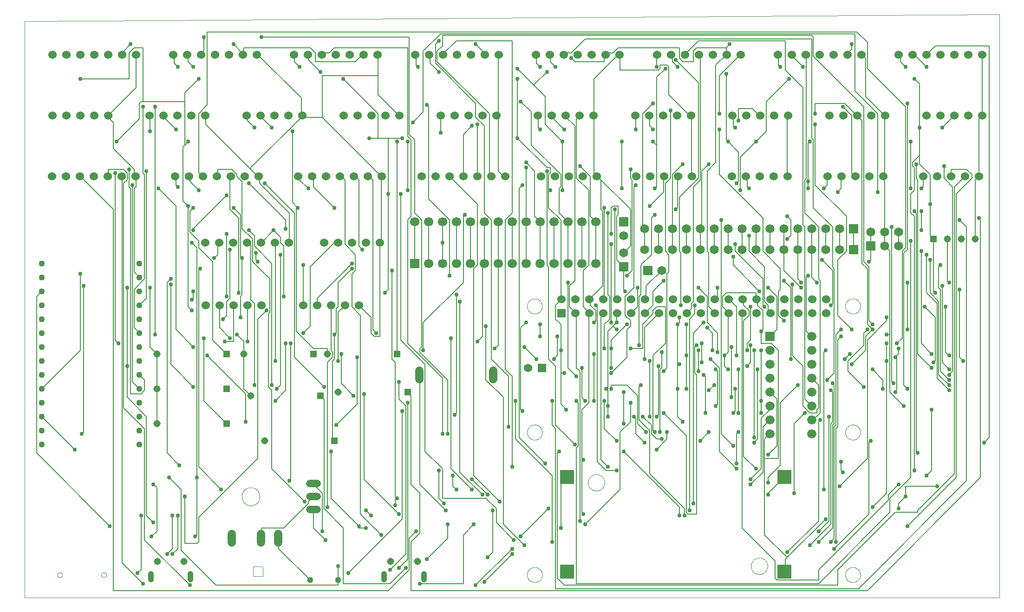
<source format=gbl>
G75*
%MOIN*%
%OFA0B0*%
%FSLAX25Y25*%
%IPPOS*%
%LPD*%
%AMOC8*
5,1,8,0,0,1.08239X$1,22.5*
%
%ADD10C,0.00000*%
%ADD11C,0.06000*%
%ADD12C,0.04362*%
%ADD13C,0.00100*%
%ADD14R,0.06500X0.06500*%
%ADD15C,0.06500*%
%ADD16R,0.06000X0.06000*%
%ADD17C,0.06000*%
%ADD18R,0.05150X0.05150*%
%ADD19C,0.05150*%
%ADD20C,0.05200*%
%ADD21R,0.06600X0.06600*%
%ADD22C,0.06600*%
%ADD23R,0.06693X0.06693*%
%ADD24C,0.06693*%
%ADD25C,0.04000*%
%ADD26R,0.09843X0.09843*%
%ADD27C,0.00600*%
%ADD28C,0.02978*%
D10*
X0001000Y0008593D02*
X0001000Y0422293D01*
X0700921Y0427293D01*
X0700921Y0008593D01*
X0001000Y0008593D01*
X0024740Y0024754D02*
X0024742Y0024838D01*
X0024748Y0024921D01*
X0024758Y0025004D01*
X0024772Y0025087D01*
X0024789Y0025169D01*
X0024811Y0025250D01*
X0024836Y0025329D01*
X0024865Y0025408D01*
X0024898Y0025485D01*
X0024934Y0025560D01*
X0024974Y0025634D01*
X0025017Y0025706D01*
X0025064Y0025775D01*
X0025114Y0025842D01*
X0025167Y0025907D01*
X0025223Y0025969D01*
X0025281Y0026029D01*
X0025343Y0026086D01*
X0025407Y0026139D01*
X0025474Y0026190D01*
X0025543Y0026237D01*
X0025614Y0026282D01*
X0025687Y0026322D01*
X0025762Y0026359D01*
X0025839Y0026393D01*
X0025917Y0026423D01*
X0025996Y0026449D01*
X0026077Y0026472D01*
X0026159Y0026490D01*
X0026241Y0026505D01*
X0026324Y0026516D01*
X0026407Y0026523D01*
X0026491Y0026526D01*
X0026575Y0026525D01*
X0026658Y0026520D01*
X0026742Y0026511D01*
X0026824Y0026498D01*
X0026906Y0026482D01*
X0026987Y0026461D01*
X0027068Y0026437D01*
X0027146Y0026409D01*
X0027224Y0026377D01*
X0027300Y0026341D01*
X0027374Y0026302D01*
X0027446Y0026260D01*
X0027516Y0026214D01*
X0027584Y0026165D01*
X0027649Y0026113D01*
X0027712Y0026058D01*
X0027772Y0026000D01*
X0027830Y0025939D01*
X0027884Y0025875D01*
X0027936Y0025809D01*
X0027984Y0025741D01*
X0028029Y0025670D01*
X0028070Y0025597D01*
X0028109Y0025523D01*
X0028143Y0025447D01*
X0028174Y0025369D01*
X0028201Y0025290D01*
X0028225Y0025209D01*
X0028244Y0025128D01*
X0028260Y0025046D01*
X0028272Y0024963D01*
X0028280Y0024879D01*
X0028284Y0024796D01*
X0028284Y0024712D01*
X0028280Y0024629D01*
X0028272Y0024545D01*
X0028260Y0024462D01*
X0028244Y0024380D01*
X0028225Y0024299D01*
X0028201Y0024218D01*
X0028174Y0024139D01*
X0028143Y0024061D01*
X0028109Y0023985D01*
X0028070Y0023911D01*
X0028029Y0023838D01*
X0027984Y0023767D01*
X0027936Y0023699D01*
X0027884Y0023633D01*
X0027830Y0023569D01*
X0027772Y0023508D01*
X0027712Y0023450D01*
X0027649Y0023395D01*
X0027584Y0023343D01*
X0027516Y0023294D01*
X0027446Y0023248D01*
X0027374Y0023206D01*
X0027300Y0023167D01*
X0027224Y0023131D01*
X0027146Y0023099D01*
X0027068Y0023071D01*
X0026987Y0023047D01*
X0026906Y0023026D01*
X0026824Y0023010D01*
X0026742Y0022997D01*
X0026658Y0022988D01*
X0026575Y0022983D01*
X0026491Y0022982D01*
X0026407Y0022985D01*
X0026324Y0022992D01*
X0026241Y0023003D01*
X0026159Y0023018D01*
X0026077Y0023036D01*
X0025996Y0023059D01*
X0025917Y0023085D01*
X0025839Y0023115D01*
X0025762Y0023149D01*
X0025687Y0023186D01*
X0025614Y0023226D01*
X0025543Y0023271D01*
X0025474Y0023318D01*
X0025407Y0023369D01*
X0025343Y0023422D01*
X0025281Y0023479D01*
X0025223Y0023539D01*
X0025167Y0023601D01*
X0025114Y0023666D01*
X0025064Y0023733D01*
X0025017Y0023802D01*
X0024974Y0023874D01*
X0024934Y0023948D01*
X0024898Y0024023D01*
X0024865Y0024100D01*
X0024836Y0024179D01*
X0024811Y0024258D01*
X0024789Y0024339D01*
X0024772Y0024421D01*
X0024758Y0024504D01*
X0024748Y0024587D01*
X0024742Y0024670D01*
X0024740Y0024754D01*
X0056236Y0024754D02*
X0056238Y0024838D01*
X0056244Y0024921D01*
X0056254Y0025004D01*
X0056268Y0025087D01*
X0056285Y0025169D01*
X0056307Y0025250D01*
X0056332Y0025329D01*
X0056361Y0025408D01*
X0056394Y0025485D01*
X0056430Y0025560D01*
X0056470Y0025634D01*
X0056513Y0025706D01*
X0056560Y0025775D01*
X0056610Y0025842D01*
X0056663Y0025907D01*
X0056719Y0025969D01*
X0056777Y0026029D01*
X0056839Y0026086D01*
X0056903Y0026139D01*
X0056970Y0026190D01*
X0057039Y0026237D01*
X0057110Y0026282D01*
X0057183Y0026322D01*
X0057258Y0026359D01*
X0057335Y0026393D01*
X0057413Y0026423D01*
X0057492Y0026449D01*
X0057573Y0026472D01*
X0057655Y0026490D01*
X0057737Y0026505D01*
X0057820Y0026516D01*
X0057903Y0026523D01*
X0057987Y0026526D01*
X0058071Y0026525D01*
X0058154Y0026520D01*
X0058238Y0026511D01*
X0058320Y0026498D01*
X0058402Y0026482D01*
X0058483Y0026461D01*
X0058564Y0026437D01*
X0058642Y0026409D01*
X0058720Y0026377D01*
X0058796Y0026341D01*
X0058870Y0026302D01*
X0058942Y0026260D01*
X0059012Y0026214D01*
X0059080Y0026165D01*
X0059145Y0026113D01*
X0059208Y0026058D01*
X0059268Y0026000D01*
X0059326Y0025939D01*
X0059380Y0025875D01*
X0059432Y0025809D01*
X0059480Y0025741D01*
X0059525Y0025670D01*
X0059566Y0025597D01*
X0059605Y0025523D01*
X0059639Y0025447D01*
X0059670Y0025369D01*
X0059697Y0025290D01*
X0059721Y0025209D01*
X0059740Y0025128D01*
X0059756Y0025046D01*
X0059768Y0024963D01*
X0059776Y0024879D01*
X0059780Y0024796D01*
X0059780Y0024712D01*
X0059776Y0024629D01*
X0059768Y0024545D01*
X0059756Y0024462D01*
X0059740Y0024380D01*
X0059721Y0024299D01*
X0059697Y0024218D01*
X0059670Y0024139D01*
X0059639Y0024061D01*
X0059605Y0023985D01*
X0059566Y0023911D01*
X0059525Y0023838D01*
X0059480Y0023767D01*
X0059432Y0023699D01*
X0059380Y0023633D01*
X0059326Y0023569D01*
X0059268Y0023508D01*
X0059208Y0023450D01*
X0059145Y0023395D01*
X0059080Y0023343D01*
X0059012Y0023294D01*
X0058942Y0023248D01*
X0058870Y0023206D01*
X0058796Y0023167D01*
X0058720Y0023131D01*
X0058642Y0023099D01*
X0058564Y0023071D01*
X0058483Y0023047D01*
X0058402Y0023026D01*
X0058320Y0023010D01*
X0058238Y0022997D01*
X0058154Y0022988D01*
X0058071Y0022983D01*
X0057987Y0022982D01*
X0057903Y0022985D01*
X0057820Y0022992D01*
X0057737Y0023003D01*
X0057655Y0023018D01*
X0057573Y0023036D01*
X0057492Y0023059D01*
X0057413Y0023085D01*
X0057335Y0023115D01*
X0057258Y0023149D01*
X0057183Y0023186D01*
X0057110Y0023226D01*
X0057039Y0023271D01*
X0056970Y0023318D01*
X0056903Y0023369D01*
X0056839Y0023422D01*
X0056777Y0023479D01*
X0056719Y0023539D01*
X0056663Y0023601D01*
X0056610Y0023666D01*
X0056560Y0023733D01*
X0056513Y0023802D01*
X0056470Y0023874D01*
X0056430Y0023948D01*
X0056394Y0024023D01*
X0056361Y0024100D01*
X0056332Y0024179D01*
X0056307Y0024258D01*
X0056285Y0024339D01*
X0056268Y0024421D01*
X0056254Y0024504D01*
X0056244Y0024587D01*
X0056238Y0024670D01*
X0056236Y0024754D01*
X0157000Y0081093D02*
X0157002Y0081254D01*
X0157008Y0081414D01*
X0157018Y0081575D01*
X0157032Y0081735D01*
X0157050Y0081895D01*
X0157071Y0082054D01*
X0157097Y0082213D01*
X0157127Y0082371D01*
X0157160Y0082528D01*
X0157198Y0082685D01*
X0157239Y0082840D01*
X0157284Y0082994D01*
X0157333Y0083147D01*
X0157386Y0083299D01*
X0157442Y0083450D01*
X0157503Y0083599D01*
X0157566Y0083747D01*
X0157634Y0083893D01*
X0157705Y0084037D01*
X0157779Y0084179D01*
X0157857Y0084320D01*
X0157939Y0084458D01*
X0158024Y0084595D01*
X0158112Y0084729D01*
X0158204Y0084861D01*
X0158299Y0084991D01*
X0158397Y0085119D01*
X0158498Y0085244D01*
X0158602Y0085366D01*
X0158709Y0085486D01*
X0158819Y0085603D01*
X0158932Y0085718D01*
X0159048Y0085829D01*
X0159167Y0085938D01*
X0159288Y0086043D01*
X0159412Y0086146D01*
X0159538Y0086246D01*
X0159666Y0086342D01*
X0159797Y0086435D01*
X0159931Y0086525D01*
X0160066Y0086612D01*
X0160204Y0086695D01*
X0160343Y0086775D01*
X0160485Y0086851D01*
X0160628Y0086924D01*
X0160773Y0086993D01*
X0160920Y0087059D01*
X0161068Y0087121D01*
X0161218Y0087179D01*
X0161369Y0087234D01*
X0161522Y0087285D01*
X0161676Y0087332D01*
X0161831Y0087375D01*
X0161987Y0087414D01*
X0162143Y0087450D01*
X0162301Y0087481D01*
X0162459Y0087509D01*
X0162618Y0087533D01*
X0162778Y0087553D01*
X0162938Y0087569D01*
X0163098Y0087581D01*
X0163259Y0087589D01*
X0163420Y0087593D01*
X0163580Y0087593D01*
X0163741Y0087589D01*
X0163902Y0087581D01*
X0164062Y0087569D01*
X0164222Y0087553D01*
X0164382Y0087533D01*
X0164541Y0087509D01*
X0164699Y0087481D01*
X0164857Y0087450D01*
X0165013Y0087414D01*
X0165169Y0087375D01*
X0165324Y0087332D01*
X0165478Y0087285D01*
X0165631Y0087234D01*
X0165782Y0087179D01*
X0165932Y0087121D01*
X0166080Y0087059D01*
X0166227Y0086993D01*
X0166372Y0086924D01*
X0166515Y0086851D01*
X0166657Y0086775D01*
X0166796Y0086695D01*
X0166934Y0086612D01*
X0167069Y0086525D01*
X0167203Y0086435D01*
X0167334Y0086342D01*
X0167462Y0086246D01*
X0167588Y0086146D01*
X0167712Y0086043D01*
X0167833Y0085938D01*
X0167952Y0085829D01*
X0168068Y0085718D01*
X0168181Y0085603D01*
X0168291Y0085486D01*
X0168398Y0085366D01*
X0168502Y0085244D01*
X0168603Y0085119D01*
X0168701Y0084991D01*
X0168796Y0084861D01*
X0168888Y0084729D01*
X0168976Y0084595D01*
X0169061Y0084458D01*
X0169143Y0084320D01*
X0169221Y0084179D01*
X0169295Y0084037D01*
X0169366Y0083893D01*
X0169434Y0083747D01*
X0169497Y0083599D01*
X0169558Y0083450D01*
X0169614Y0083299D01*
X0169667Y0083147D01*
X0169716Y0082994D01*
X0169761Y0082840D01*
X0169802Y0082685D01*
X0169840Y0082528D01*
X0169873Y0082371D01*
X0169903Y0082213D01*
X0169929Y0082054D01*
X0169950Y0081895D01*
X0169968Y0081735D01*
X0169982Y0081575D01*
X0169992Y0081414D01*
X0169998Y0081254D01*
X0170000Y0081093D01*
X0169998Y0080932D01*
X0169992Y0080772D01*
X0169982Y0080611D01*
X0169968Y0080451D01*
X0169950Y0080291D01*
X0169929Y0080132D01*
X0169903Y0079973D01*
X0169873Y0079815D01*
X0169840Y0079658D01*
X0169802Y0079501D01*
X0169761Y0079346D01*
X0169716Y0079192D01*
X0169667Y0079039D01*
X0169614Y0078887D01*
X0169558Y0078736D01*
X0169497Y0078587D01*
X0169434Y0078439D01*
X0169366Y0078293D01*
X0169295Y0078149D01*
X0169221Y0078007D01*
X0169143Y0077866D01*
X0169061Y0077728D01*
X0168976Y0077591D01*
X0168888Y0077457D01*
X0168796Y0077325D01*
X0168701Y0077195D01*
X0168603Y0077067D01*
X0168502Y0076942D01*
X0168398Y0076820D01*
X0168291Y0076700D01*
X0168181Y0076583D01*
X0168068Y0076468D01*
X0167952Y0076357D01*
X0167833Y0076248D01*
X0167712Y0076143D01*
X0167588Y0076040D01*
X0167462Y0075940D01*
X0167334Y0075844D01*
X0167203Y0075751D01*
X0167069Y0075661D01*
X0166934Y0075574D01*
X0166796Y0075491D01*
X0166657Y0075411D01*
X0166515Y0075335D01*
X0166372Y0075262D01*
X0166227Y0075193D01*
X0166080Y0075127D01*
X0165932Y0075065D01*
X0165782Y0075007D01*
X0165631Y0074952D01*
X0165478Y0074901D01*
X0165324Y0074854D01*
X0165169Y0074811D01*
X0165013Y0074772D01*
X0164857Y0074736D01*
X0164699Y0074705D01*
X0164541Y0074677D01*
X0164382Y0074653D01*
X0164222Y0074633D01*
X0164062Y0074617D01*
X0163902Y0074605D01*
X0163741Y0074597D01*
X0163580Y0074593D01*
X0163420Y0074593D01*
X0163259Y0074597D01*
X0163098Y0074605D01*
X0162938Y0074617D01*
X0162778Y0074633D01*
X0162618Y0074653D01*
X0162459Y0074677D01*
X0162301Y0074705D01*
X0162143Y0074736D01*
X0161987Y0074772D01*
X0161831Y0074811D01*
X0161676Y0074854D01*
X0161522Y0074901D01*
X0161369Y0074952D01*
X0161218Y0075007D01*
X0161068Y0075065D01*
X0160920Y0075127D01*
X0160773Y0075193D01*
X0160628Y0075262D01*
X0160485Y0075335D01*
X0160343Y0075411D01*
X0160204Y0075491D01*
X0160066Y0075574D01*
X0159931Y0075661D01*
X0159797Y0075751D01*
X0159666Y0075844D01*
X0159538Y0075940D01*
X0159412Y0076040D01*
X0159288Y0076143D01*
X0159167Y0076248D01*
X0159048Y0076357D01*
X0158932Y0076468D01*
X0158819Y0076583D01*
X0158709Y0076700D01*
X0158602Y0076820D01*
X0158498Y0076942D01*
X0158397Y0077067D01*
X0158299Y0077195D01*
X0158204Y0077325D01*
X0158112Y0077457D01*
X0158024Y0077591D01*
X0157939Y0077728D01*
X0157857Y0077866D01*
X0157779Y0078007D01*
X0157705Y0078149D01*
X0157634Y0078293D01*
X0157566Y0078439D01*
X0157503Y0078587D01*
X0157442Y0078736D01*
X0157386Y0078887D01*
X0157333Y0079039D01*
X0157284Y0079192D01*
X0157239Y0079346D01*
X0157198Y0079501D01*
X0157160Y0079658D01*
X0157127Y0079815D01*
X0157097Y0079973D01*
X0157071Y0080132D01*
X0157050Y0080291D01*
X0157032Y0080451D01*
X0157018Y0080611D01*
X0157008Y0080772D01*
X0157002Y0080932D01*
X0157000Y0081093D01*
X0361867Y0127234D02*
X0361869Y0127381D01*
X0361875Y0127527D01*
X0361885Y0127673D01*
X0361899Y0127819D01*
X0361917Y0127965D01*
X0361938Y0128110D01*
X0361964Y0128254D01*
X0361994Y0128398D01*
X0362027Y0128540D01*
X0362064Y0128682D01*
X0362105Y0128823D01*
X0362150Y0128962D01*
X0362199Y0129101D01*
X0362251Y0129238D01*
X0362308Y0129373D01*
X0362367Y0129507D01*
X0362431Y0129639D01*
X0362498Y0129769D01*
X0362568Y0129898D01*
X0362642Y0130025D01*
X0362719Y0130149D01*
X0362800Y0130272D01*
X0362884Y0130392D01*
X0362971Y0130510D01*
X0363061Y0130625D01*
X0363154Y0130738D01*
X0363251Y0130849D01*
X0363350Y0130957D01*
X0363452Y0131062D01*
X0363557Y0131164D01*
X0363665Y0131263D01*
X0363776Y0131360D01*
X0363889Y0131453D01*
X0364004Y0131543D01*
X0364122Y0131630D01*
X0364242Y0131714D01*
X0364365Y0131795D01*
X0364489Y0131872D01*
X0364616Y0131946D01*
X0364745Y0132016D01*
X0364875Y0132083D01*
X0365007Y0132147D01*
X0365141Y0132206D01*
X0365276Y0132263D01*
X0365413Y0132315D01*
X0365552Y0132364D01*
X0365691Y0132409D01*
X0365832Y0132450D01*
X0365974Y0132487D01*
X0366116Y0132520D01*
X0366260Y0132550D01*
X0366404Y0132576D01*
X0366549Y0132597D01*
X0366695Y0132615D01*
X0366841Y0132629D01*
X0366987Y0132639D01*
X0367133Y0132645D01*
X0367280Y0132647D01*
X0367427Y0132645D01*
X0367573Y0132639D01*
X0367719Y0132629D01*
X0367865Y0132615D01*
X0368011Y0132597D01*
X0368156Y0132576D01*
X0368300Y0132550D01*
X0368444Y0132520D01*
X0368586Y0132487D01*
X0368728Y0132450D01*
X0368869Y0132409D01*
X0369008Y0132364D01*
X0369147Y0132315D01*
X0369284Y0132263D01*
X0369419Y0132206D01*
X0369553Y0132147D01*
X0369685Y0132083D01*
X0369815Y0132016D01*
X0369944Y0131946D01*
X0370071Y0131872D01*
X0370195Y0131795D01*
X0370318Y0131714D01*
X0370438Y0131630D01*
X0370556Y0131543D01*
X0370671Y0131453D01*
X0370784Y0131360D01*
X0370895Y0131263D01*
X0371003Y0131164D01*
X0371108Y0131062D01*
X0371210Y0130957D01*
X0371309Y0130849D01*
X0371406Y0130738D01*
X0371499Y0130625D01*
X0371589Y0130510D01*
X0371676Y0130392D01*
X0371760Y0130272D01*
X0371841Y0130149D01*
X0371918Y0130025D01*
X0371992Y0129898D01*
X0372062Y0129769D01*
X0372129Y0129639D01*
X0372193Y0129507D01*
X0372252Y0129373D01*
X0372309Y0129238D01*
X0372361Y0129101D01*
X0372410Y0128962D01*
X0372455Y0128823D01*
X0372496Y0128682D01*
X0372533Y0128540D01*
X0372566Y0128398D01*
X0372596Y0128254D01*
X0372622Y0128110D01*
X0372643Y0127965D01*
X0372661Y0127819D01*
X0372675Y0127673D01*
X0372685Y0127527D01*
X0372691Y0127381D01*
X0372693Y0127234D01*
X0372691Y0127087D01*
X0372685Y0126941D01*
X0372675Y0126795D01*
X0372661Y0126649D01*
X0372643Y0126503D01*
X0372622Y0126358D01*
X0372596Y0126214D01*
X0372566Y0126070D01*
X0372533Y0125928D01*
X0372496Y0125786D01*
X0372455Y0125645D01*
X0372410Y0125506D01*
X0372361Y0125367D01*
X0372309Y0125230D01*
X0372252Y0125095D01*
X0372193Y0124961D01*
X0372129Y0124829D01*
X0372062Y0124699D01*
X0371992Y0124570D01*
X0371918Y0124443D01*
X0371841Y0124319D01*
X0371760Y0124196D01*
X0371676Y0124076D01*
X0371589Y0123958D01*
X0371499Y0123843D01*
X0371406Y0123730D01*
X0371309Y0123619D01*
X0371210Y0123511D01*
X0371108Y0123406D01*
X0371003Y0123304D01*
X0370895Y0123205D01*
X0370784Y0123108D01*
X0370671Y0123015D01*
X0370556Y0122925D01*
X0370438Y0122838D01*
X0370318Y0122754D01*
X0370195Y0122673D01*
X0370071Y0122596D01*
X0369944Y0122522D01*
X0369815Y0122452D01*
X0369685Y0122385D01*
X0369553Y0122321D01*
X0369419Y0122262D01*
X0369284Y0122205D01*
X0369147Y0122153D01*
X0369008Y0122104D01*
X0368869Y0122059D01*
X0368728Y0122018D01*
X0368586Y0121981D01*
X0368444Y0121948D01*
X0368300Y0121918D01*
X0368156Y0121892D01*
X0368011Y0121871D01*
X0367865Y0121853D01*
X0367719Y0121839D01*
X0367573Y0121829D01*
X0367427Y0121823D01*
X0367280Y0121821D01*
X0367133Y0121823D01*
X0366987Y0121829D01*
X0366841Y0121839D01*
X0366695Y0121853D01*
X0366549Y0121871D01*
X0366404Y0121892D01*
X0366260Y0121918D01*
X0366116Y0121948D01*
X0365974Y0121981D01*
X0365832Y0122018D01*
X0365691Y0122059D01*
X0365552Y0122104D01*
X0365413Y0122153D01*
X0365276Y0122205D01*
X0365141Y0122262D01*
X0365007Y0122321D01*
X0364875Y0122385D01*
X0364745Y0122452D01*
X0364616Y0122522D01*
X0364489Y0122596D01*
X0364365Y0122673D01*
X0364242Y0122754D01*
X0364122Y0122838D01*
X0364004Y0122925D01*
X0363889Y0123015D01*
X0363776Y0123108D01*
X0363665Y0123205D01*
X0363557Y0123304D01*
X0363452Y0123406D01*
X0363350Y0123511D01*
X0363251Y0123619D01*
X0363154Y0123730D01*
X0363061Y0123843D01*
X0362971Y0123958D01*
X0362884Y0124076D01*
X0362800Y0124196D01*
X0362719Y0124319D01*
X0362642Y0124443D01*
X0362568Y0124570D01*
X0362498Y0124699D01*
X0362431Y0124829D01*
X0362367Y0124961D01*
X0362308Y0125095D01*
X0362251Y0125230D01*
X0362199Y0125367D01*
X0362150Y0125506D01*
X0362105Y0125645D01*
X0362064Y0125786D01*
X0362027Y0125928D01*
X0361994Y0126070D01*
X0361964Y0126214D01*
X0361938Y0126358D01*
X0361917Y0126503D01*
X0361899Y0126649D01*
X0361885Y0126795D01*
X0361875Y0126941D01*
X0361869Y0127087D01*
X0361867Y0127234D01*
X0405594Y0091093D02*
X0405596Y0091246D01*
X0405602Y0091400D01*
X0405612Y0091553D01*
X0405626Y0091705D01*
X0405644Y0091858D01*
X0405666Y0092009D01*
X0405691Y0092160D01*
X0405721Y0092311D01*
X0405755Y0092461D01*
X0405792Y0092609D01*
X0405833Y0092757D01*
X0405878Y0092903D01*
X0405927Y0093049D01*
X0405980Y0093193D01*
X0406036Y0093335D01*
X0406096Y0093476D01*
X0406160Y0093616D01*
X0406227Y0093754D01*
X0406298Y0093890D01*
X0406373Y0094024D01*
X0406450Y0094156D01*
X0406532Y0094286D01*
X0406616Y0094414D01*
X0406704Y0094540D01*
X0406795Y0094663D01*
X0406889Y0094784D01*
X0406987Y0094902D01*
X0407087Y0095018D01*
X0407191Y0095131D01*
X0407297Y0095242D01*
X0407406Y0095350D01*
X0407518Y0095455D01*
X0407632Y0095556D01*
X0407750Y0095655D01*
X0407869Y0095751D01*
X0407991Y0095844D01*
X0408116Y0095933D01*
X0408243Y0096020D01*
X0408372Y0096102D01*
X0408503Y0096182D01*
X0408636Y0096258D01*
X0408771Y0096331D01*
X0408908Y0096400D01*
X0409047Y0096465D01*
X0409187Y0096527D01*
X0409329Y0096585D01*
X0409472Y0096640D01*
X0409617Y0096691D01*
X0409763Y0096738D01*
X0409910Y0096781D01*
X0410058Y0096820D01*
X0410207Y0096856D01*
X0410357Y0096887D01*
X0410508Y0096915D01*
X0410659Y0096939D01*
X0410812Y0096959D01*
X0410964Y0096975D01*
X0411117Y0096987D01*
X0411270Y0096995D01*
X0411423Y0096999D01*
X0411577Y0096999D01*
X0411730Y0096995D01*
X0411883Y0096987D01*
X0412036Y0096975D01*
X0412188Y0096959D01*
X0412341Y0096939D01*
X0412492Y0096915D01*
X0412643Y0096887D01*
X0412793Y0096856D01*
X0412942Y0096820D01*
X0413090Y0096781D01*
X0413237Y0096738D01*
X0413383Y0096691D01*
X0413528Y0096640D01*
X0413671Y0096585D01*
X0413813Y0096527D01*
X0413953Y0096465D01*
X0414092Y0096400D01*
X0414229Y0096331D01*
X0414364Y0096258D01*
X0414497Y0096182D01*
X0414628Y0096102D01*
X0414757Y0096020D01*
X0414884Y0095933D01*
X0415009Y0095844D01*
X0415131Y0095751D01*
X0415250Y0095655D01*
X0415368Y0095556D01*
X0415482Y0095455D01*
X0415594Y0095350D01*
X0415703Y0095242D01*
X0415809Y0095131D01*
X0415913Y0095018D01*
X0416013Y0094902D01*
X0416111Y0094784D01*
X0416205Y0094663D01*
X0416296Y0094540D01*
X0416384Y0094414D01*
X0416468Y0094286D01*
X0416550Y0094156D01*
X0416627Y0094024D01*
X0416702Y0093890D01*
X0416773Y0093754D01*
X0416840Y0093616D01*
X0416904Y0093476D01*
X0416964Y0093335D01*
X0417020Y0093193D01*
X0417073Y0093049D01*
X0417122Y0092903D01*
X0417167Y0092757D01*
X0417208Y0092609D01*
X0417245Y0092461D01*
X0417279Y0092311D01*
X0417309Y0092160D01*
X0417334Y0092009D01*
X0417356Y0091858D01*
X0417374Y0091705D01*
X0417388Y0091553D01*
X0417398Y0091400D01*
X0417404Y0091246D01*
X0417406Y0091093D01*
X0417404Y0090940D01*
X0417398Y0090786D01*
X0417388Y0090633D01*
X0417374Y0090481D01*
X0417356Y0090328D01*
X0417334Y0090177D01*
X0417309Y0090026D01*
X0417279Y0089875D01*
X0417245Y0089725D01*
X0417208Y0089577D01*
X0417167Y0089429D01*
X0417122Y0089283D01*
X0417073Y0089137D01*
X0417020Y0088993D01*
X0416964Y0088851D01*
X0416904Y0088710D01*
X0416840Y0088570D01*
X0416773Y0088432D01*
X0416702Y0088296D01*
X0416627Y0088162D01*
X0416550Y0088030D01*
X0416468Y0087900D01*
X0416384Y0087772D01*
X0416296Y0087646D01*
X0416205Y0087523D01*
X0416111Y0087402D01*
X0416013Y0087284D01*
X0415913Y0087168D01*
X0415809Y0087055D01*
X0415703Y0086944D01*
X0415594Y0086836D01*
X0415482Y0086731D01*
X0415368Y0086630D01*
X0415250Y0086531D01*
X0415131Y0086435D01*
X0415009Y0086342D01*
X0414884Y0086253D01*
X0414757Y0086166D01*
X0414628Y0086084D01*
X0414497Y0086004D01*
X0414364Y0085928D01*
X0414229Y0085855D01*
X0414092Y0085786D01*
X0413953Y0085721D01*
X0413813Y0085659D01*
X0413671Y0085601D01*
X0413528Y0085546D01*
X0413383Y0085495D01*
X0413237Y0085448D01*
X0413090Y0085405D01*
X0412942Y0085366D01*
X0412793Y0085330D01*
X0412643Y0085299D01*
X0412492Y0085271D01*
X0412341Y0085247D01*
X0412188Y0085227D01*
X0412036Y0085211D01*
X0411883Y0085199D01*
X0411730Y0085191D01*
X0411577Y0085187D01*
X0411423Y0085187D01*
X0411270Y0085191D01*
X0411117Y0085199D01*
X0410964Y0085211D01*
X0410812Y0085227D01*
X0410659Y0085247D01*
X0410508Y0085271D01*
X0410357Y0085299D01*
X0410207Y0085330D01*
X0410058Y0085366D01*
X0409910Y0085405D01*
X0409763Y0085448D01*
X0409617Y0085495D01*
X0409472Y0085546D01*
X0409329Y0085601D01*
X0409187Y0085659D01*
X0409047Y0085721D01*
X0408908Y0085786D01*
X0408771Y0085855D01*
X0408636Y0085928D01*
X0408503Y0086004D01*
X0408372Y0086084D01*
X0408243Y0086166D01*
X0408116Y0086253D01*
X0407991Y0086342D01*
X0407869Y0086435D01*
X0407750Y0086531D01*
X0407632Y0086630D01*
X0407518Y0086731D01*
X0407406Y0086836D01*
X0407297Y0086944D01*
X0407191Y0087055D01*
X0407087Y0087168D01*
X0406987Y0087284D01*
X0406889Y0087402D01*
X0406795Y0087523D01*
X0406704Y0087646D01*
X0406616Y0087772D01*
X0406532Y0087900D01*
X0406450Y0088030D01*
X0406373Y0088162D01*
X0406298Y0088296D01*
X0406227Y0088432D01*
X0406160Y0088570D01*
X0406096Y0088710D01*
X0406036Y0088851D01*
X0405980Y0088993D01*
X0405927Y0089137D01*
X0405878Y0089283D01*
X0405833Y0089429D01*
X0405792Y0089577D01*
X0405755Y0089725D01*
X0405721Y0089875D01*
X0405691Y0090026D01*
X0405666Y0090177D01*
X0405644Y0090328D01*
X0405626Y0090481D01*
X0405612Y0090633D01*
X0405602Y0090786D01*
X0405596Y0090940D01*
X0405594Y0091093D01*
X0361867Y0024872D02*
X0361869Y0025019D01*
X0361875Y0025165D01*
X0361885Y0025311D01*
X0361899Y0025457D01*
X0361917Y0025603D01*
X0361938Y0025748D01*
X0361964Y0025892D01*
X0361994Y0026036D01*
X0362027Y0026178D01*
X0362064Y0026320D01*
X0362105Y0026461D01*
X0362150Y0026600D01*
X0362199Y0026739D01*
X0362251Y0026876D01*
X0362308Y0027011D01*
X0362367Y0027145D01*
X0362431Y0027277D01*
X0362498Y0027407D01*
X0362568Y0027536D01*
X0362642Y0027663D01*
X0362719Y0027787D01*
X0362800Y0027910D01*
X0362884Y0028030D01*
X0362971Y0028148D01*
X0363061Y0028263D01*
X0363154Y0028376D01*
X0363251Y0028487D01*
X0363350Y0028595D01*
X0363452Y0028700D01*
X0363557Y0028802D01*
X0363665Y0028901D01*
X0363776Y0028998D01*
X0363889Y0029091D01*
X0364004Y0029181D01*
X0364122Y0029268D01*
X0364242Y0029352D01*
X0364365Y0029433D01*
X0364489Y0029510D01*
X0364616Y0029584D01*
X0364745Y0029654D01*
X0364875Y0029721D01*
X0365007Y0029785D01*
X0365141Y0029844D01*
X0365276Y0029901D01*
X0365413Y0029953D01*
X0365552Y0030002D01*
X0365691Y0030047D01*
X0365832Y0030088D01*
X0365974Y0030125D01*
X0366116Y0030158D01*
X0366260Y0030188D01*
X0366404Y0030214D01*
X0366549Y0030235D01*
X0366695Y0030253D01*
X0366841Y0030267D01*
X0366987Y0030277D01*
X0367133Y0030283D01*
X0367280Y0030285D01*
X0367427Y0030283D01*
X0367573Y0030277D01*
X0367719Y0030267D01*
X0367865Y0030253D01*
X0368011Y0030235D01*
X0368156Y0030214D01*
X0368300Y0030188D01*
X0368444Y0030158D01*
X0368586Y0030125D01*
X0368728Y0030088D01*
X0368869Y0030047D01*
X0369008Y0030002D01*
X0369147Y0029953D01*
X0369284Y0029901D01*
X0369419Y0029844D01*
X0369553Y0029785D01*
X0369685Y0029721D01*
X0369815Y0029654D01*
X0369944Y0029584D01*
X0370071Y0029510D01*
X0370195Y0029433D01*
X0370318Y0029352D01*
X0370438Y0029268D01*
X0370556Y0029181D01*
X0370671Y0029091D01*
X0370784Y0028998D01*
X0370895Y0028901D01*
X0371003Y0028802D01*
X0371108Y0028700D01*
X0371210Y0028595D01*
X0371309Y0028487D01*
X0371406Y0028376D01*
X0371499Y0028263D01*
X0371589Y0028148D01*
X0371676Y0028030D01*
X0371760Y0027910D01*
X0371841Y0027787D01*
X0371918Y0027663D01*
X0371992Y0027536D01*
X0372062Y0027407D01*
X0372129Y0027277D01*
X0372193Y0027145D01*
X0372252Y0027011D01*
X0372309Y0026876D01*
X0372361Y0026739D01*
X0372410Y0026600D01*
X0372455Y0026461D01*
X0372496Y0026320D01*
X0372533Y0026178D01*
X0372566Y0026036D01*
X0372596Y0025892D01*
X0372622Y0025748D01*
X0372643Y0025603D01*
X0372661Y0025457D01*
X0372675Y0025311D01*
X0372685Y0025165D01*
X0372691Y0025019D01*
X0372693Y0024872D01*
X0372691Y0024725D01*
X0372685Y0024579D01*
X0372675Y0024433D01*
X0372661Y0024287D01*
X0372643Y0024141D01*
X0372622Y0023996D01*
X0372596Y0023852D01*
X0372566Y0023708D01*
X0372533Y0023566D01*
X0372496Y0023424D01*
X0372455Y0023283D01*
X0372410Y0023144D01*
X0372361Y0023005D01*
X0372309Y0022868D01*
X0372252Y0022733D01*
X0372193Y0022599D01*
X0372129Y0022467D01*
X0372062Y0022337D01*
X0371992Y0022208D01*
X0371918Y0022081D01*
X0371841Y0021957D01*
X0371760Y0021834D01*
X0371676Y0021714D01*
X0371589Y0021596D01*
X0371499Y0021481D01*
X0371406Y0021368D01*
X0371309Y0021257D01*
X0371210Y0021149D01*
X0371108Y0021044D01*
X0371003Y0020942D01*
X0370895Y0020843D01*
X0370784Y0020746D01*
X0370671Y0020653D01*
X0370556Y0020563D01*
X0370438Y0020476D01*
X0370318Y0020392D01*
X0370195Y0020311D01*
X0370071Y0020234D01*
X0369944Y0020160D01*
X0369815Y0020090D01*
X0369685Y0020023D01*
X0369553Y0019959D01*
X0369419Y0019900D01*
X0369284Y0019843D01*
X0369147Y0019791D01*
X0369008Y0019742D01*
X0368869Y0019697D01*
X0368728Y0019656D01*
X0368586Y0019619D01*
X0368444Y0019586D01*
X0368300Y0019556D01*
X0368156Y0019530D01*
X0368011Y0019509D01*
X0367865Y0019491D01*
X0367719Y0019477D01*
X0367573Y0019467D01*
X0367427Y0019461D01*
X0367280Y0019459D01*
X0367133Y0019461D01*
X0366987Y0019467D01*
X0366841Y0019477D01*
X0366695Y0019491D01*
X0366549Y0019509D01*
X0366404Y0019530D01*
X0366260Y0019556D01*
X0366116Y0019586D01*
X0365974Y0019619D01*
X0365832Y0019656D01*
X0365691Y0019697D01*
X0365552Y0019742D01*
X0365413Y0019791D01*
X0365276Y0019843D01*
X0365141Y0019900D01*
X0365007Y0019959D01*
X0364875Y0020023D01*
X0364745Y0020090D01*
X0364616Y0020160D01*
X0364489Y0020234D01*
X0364365Y0020311D01*
X0364242Y0020392D01*
X0364122Y0020476D01*
X0364004Y0020563D01*
X0363889Y0020653D01*
X0363776Y0020746D01*
X0363665Y0020843D01*
X0363557Y0020942D01*
X0363452Y0021044D01*
X0363350Y0021149D01*
X0363251Y0021257D01*
X0363154Y0021368D01*
X0363061Y0021481D01*
X0362971Y0021596D01*
X0362884Y0021714D01*
X0362800Y0021834D01*
X0362719Y0021957D01*
X0362642Y0022081D01*
X0362568Y0022208D01*
X0362498Y0022337D01*
X0362431Y0022467D01*
X0362367Y0022599D01*
X0362308Y0022733D01*
X0362251Y0022868D01*
X0362199Y0023005D01*
X0362150Y0023144D01*
X0362105Y0023283D01*
X0362064Y0023424D01*
X0362027Y0023566D01*
X0361994Y0023708D01*
X0361964Y0023852D01*
X0361938Y0023996D01*
X0361917Y0024141D01*
X0361899Y0024287D01*
X0361885Y0024433D01*
X0361875Y0024579D01*
X0361869Y0024725D01*
X0361867Y0024872D01*
X0522594Y0031093D02*
X0522596Y0031246D01*
X0522602Y0031400D01*
X0522612Y0031553D01*
X0522626Y0031705D01*
X0522644Y0031858D01*
X0522666Y0032009D01*
X0522691Y0032160D01*
X0522721Y0032311D01*
X0522755Y0032461D01*
X0522792Y0032609D01*
X0522833Y0032757D01*
X0522878Y0032903D01*
X0522927Y0033049D01*
X0522980Y0033193D01*
X0523036Y0033335D01*
X0523096Y0033476D01*
X0523160Y0033616D01*
X0523227Y0033754D01*
X0523298Y0033890D01*
X0523373Y0034024D01*
X0523450Y0034156D01*
X0523532Y0034286D01*
X0523616Y0034414D01*
X0523704Y0034540D01*
X0523795Y0034663D01*
X0523889Y0034784D01*
X0523987Y0034902D01*
X0524087Y0035018D01*
X0524191Y0035131D01*
X0524297Y0035242D01*
X0524406Y0035350D01*
X0524518Y0035455D01*
X0524632Y0035556D01*
X0524750Y0035655D01*
X0524869Y0035751D01*
X0524991Y0035844D01*
X0525116Y0035933D01*
X0525243Y0036020D01*
X0525372Y0036102D01*
X0525503Y0036182D01*
X0525636Y0036258D01*
X0525771Y0036331D01*
X0525908Y0036400D01*
X0526047Y0036465D01*
X0526187Y0036527D01*
X0526329Y0036585D01*
X0526472Y0036640D01*
X0526617Y0036691D01*
X0526763Y0036738D01*
X0526910Y0036781D01*
X0527058Y0036820D01*
X0527207Y0036856D01*
X0527357Y0036887D01*
X0527508Y0036915D01*
X0527659Y0036939D01*
X0527812Y0036959D01*
X0527964Y0036975D01*
X0528117Y0036987D01*
X0528270Y0036995D01*
X0528423Y0036999D01*
X0528577Y0036999D01*
X0528730Y0036995D01*
X0528883Y0036987D01*
X0529036Y0036975D01*
X0529188Y0036959D01*
X0529341Y0036939D01*
X0529492Y0036915D01*
X0529643Y0036887D01*
X0529793Y0036856D01*
X0529942Y0036820D01*
X0530090Y0036781D01*
X0530237Y0036738D01*
X0530383Y0036691D01*
X0530528Y0036640D01*
X0530671Y0036585D01*
X0530813Y0036527D01*
X0530953Y0036465D01*
X0531092Y0036400D01*
X0531229Y0036331D01*
X0531364Y0036258D01*
X0531497Y0036182D01*
X0531628Y0036102D01*
X0531757Y0036020D01*
X0531884Y0035933D01*
X0532009Y0035844D01*
X0532131Y0035751D01*
X0532250Y0035655D01*
X0532368Y0035556D01*
X0532482Y0035455D01*
X0532594Y0035350D01*
X0532703Y0035242D01*
X0532809Y0035131D01*
X0532913Y0035018D01*
X0533013Y0034902D01*
X0533111Y0034784D01*
X0533205Y0034663D01*
X0533296Y0034540D01*
X0533384Y0034414D01*
X0533468Y0034286D01*
X0533550Y0034156D01*
X0533627Y0034024D01*
X0533702Y0033890D01*
X0533773Y0033754D01*
X0533840Y0033616D01*
X0533904Y0033476D01*
X0533964Y0033335D01*
X0534020Y0033193D01*
X0534073Y0033049D01*
X0534122Y0032903D01*
X0534167Y0032757D01*
X0534208Y0032609D01*
X0534245Y0032461D01*
X0534279Y0032311D01*
X0534309Y0032160D01*
X0534334Y0032009D01*
X0534356Y0031858D01*
X0534374Y0031705D01*
X0534388Y0031553D01*
X0534398Y0031400D01*
X0534404Y0031246D01*
X0534406Y0031093D01*
X0534404Y0030940D01*
X0534398Y0030786D01*
X0534388Y0030633D01*
X0534374Y0030481D01*
X0534356Y0030328D01*
X0534334Y0030177D01*
X0534309Y0030026D01*
X0534279Y0029875D01*
X0534245Y0029725D01*
X0534208Y0029577D01*
X0534167Y0029429D01*
X0534122Y0029283D01*
X0534073Y0029137D01*
X0534020Y0028993D01*
X0533964Y0028851D01*
X0533904Y0028710D01*
X0533840Y0028570D01*
X0533773Y0028432D01*
X0533702Y0028296D01*
X0533627Y0028162D01*
X0533550Y0028030D01*
X0533468Y0027900D01*
X0533384Y0027772D01*
X0533296Y0027646D01*
X0533205Y0027523D01*
X0533111Y0027402D01*
X0533013Y0027284D01*
X0532913Y0027168D01*
X0532809Y0027055D01*
X0532703Y0026944D01*
X0532594Y0026836D01*
X0532482Y0026731D01*
X0532368Y0026630D01*
X0532250Y0026531D01*
X0532131Y0026435D01*
X0532009Y0026342D01*
X0531884Y0026253D01*
X0531757Y0026166D01*
X0531628Y0026084D01*
X0531497Y0026004D01*
X0531364Y0025928D01*
X0531229Y0025855D01*
X0531092Y0025786D01*
X0530953Y0025721D01*
X0530813Y0025659D01*
X0530671Y0025601D01*
X0530528Y0025546D01*
X0530383Y0025495D01*
X0530237Y0025448D01*
X0530090Y0025405D01*
X0529942Y0025366D01*
X0529793Y0025330D01*
X0529643Y0025299D01*
X0529492Y0025271D01*
X0529341Y0025247D01*
X0529188Y0025227D01*
X0529036Y0025211D01*
X0528883Y0025199D01*
X0528730Y0025191D01*
X0528577Y0025187D01*
X0528423Y0025187D01*
X0528270Y0025191D01*
X0528117Y0025199D01*
X0527964Y0025211D01*
X0527812Y0025227D01*
X0527659Y0025247D01*
X0527508Y0025271D01*
X0527357Y0025299D01*
X0527207Y0025330D01*
X0527058Y0025366D01*
X0526910Y0025405D01*
X0526763Y0025448D01*
X0526617Y0025495D01*
X0526472Y0025546D01*
X0526329Y0025601D01*
X0526187Y0025659D01*
X0526047Y0025721D01*
X0525908Y0025786D01*
X0525771Y0025855D01*
X0525636Y0025928D01*
X0525503Y0026004D01*
X0525372Y0026084D01*
X0525243Y0026166D01*
X0525116Y0026253D01*
X0524991Y0026342D01*
X0524869Y0026435D01*
X0524750Y0026531D01*
X0524632Y0026630D01*
X0524518Y0026731D01*
X0524406Y0026836D01*
X0524297Y0026944D01*
X0524191Y0027055D01*
X0524087Y0027168D01*
X0523987Y0027284D01*
X0523889Y0027402D01*
X0523795Y0027523D01*
X0523704Y0027646D01*
X0523616Y0027772D01*
X0523532Y0027900D01*
X0523450Y0028030D01*
X0523373Y0028162D01*
X0523298Y0028296D01*
X0523227Y0028432D01*
X0523160Y0028570D01*
X0523096Y0028710D01*
X0523036Y0028851D01*
X0522980Y0028993D01*
X0522927Y0029137D01*
X0522878Y0029283D01*
X0522833Y0029429D01*
X0522792Y0029577D01*
X0522755Y0029725D01*
X0522721Y0029875D01*
X0522691Y0030026D01*
X0522666Y0030177D01*
X0522644Y0030328D01*
X0522626Y0030481D01*
X0522612Y0030633D01*
X0522602Y0030786D01*
X0522596Y0030940D01*
X0522594Y0031093D01*
X0590213Y0024872D02*
X0590215Y0025019D01*
X0590221Y0025165D01*
X0590231Y0025311D01*
X0590245Y0025457D01*
X0590263Y0025603D01*
X0590284Y0025748D01*
X0590310Y0025892D01*
X0590340Y0026036D01*
X0590373Y0026178D01*
X0590410Y0026320D01*
X0590451Y0026461D01*
X0590496Y0026600D01*
X0590545Y0026739D01*
X0590597Y0026876D01*
X0590654Y0027011D01*
X0590713Y0027145D01*
X0590777Y0027277D01*
X0590844Y0027407D01*
X0590914Y0027536D01*
X0590988Y0027663D01*
X0591065Y0027787D01*
X0591146Y0027910D01*
X0591230Y0028030D01*
X0591317Y0028148D01*
X0591407Y0028263D01*
X0591500Y0028376D01*
X0591597Y0028487D01*
X0591696Y0028595D01*
X0591798Y0028700D01*
X0591903Y0028802D01*
X0592011Y0028901D01*
X0592122Y0028998D01*
X0592235Y0029091D01*
X0592350Y0029181D01*
X0592468Y0029268D01*
X0592588Y0029352D01*
X0592711Y0029433D01*
X0592835Y0029510D01*
X0592962Y0029584D01*
X0593091Y0029654D01*
X0593221Y0029721D01*
X0593353Y0029785D01*
X0593487Y0029844D01*
X0593622Y0029901D01*
X0593759Y0029953D01*
X0593898Y0030002D01*
X0594037Y0030047D01*
X0594178Y0030088D01*
X0594320Y0030125D01*
X0594462Y0030158D01*
X0594606Y0030188D01*
X0594750Y0030214D01*
X0594895Y0030235D01*
X0595041Y0030253D01*
X0595187Y0030267D01*
X0595333Y0030277D01*
X0595479Y0030283D01*
X0595626Y0030285D01*
X0595773Y0030283D01*
X0595919Y0030277D01*
X0596065Y0030267D01*
X0596211Y0030253D01*
X0596357Y0030235D01*
X0596502Y0030214D01*
X0596646Y0030188D01*
X0596790Y0030158D01*
X0596932Y0030125D01*
X0597074Y0030088D01*
X0597215Y0030047D01*
X0597354Y0030002D01*
X0597493Y0029953D01*
X0597630Y0029901D01*
X0597765Y0029844D01*
X0597899Y0029785D01*
X0598031Y0029721D01*
X0598161Y0029654D01*
X0598290Y0029584D01*
X0598417Y0029510D01*
X0598541Y0029433D01*
X0598664Y0029352D01*
X0598784Y0029268D01*
X0598902Y0029181D01*
X0599017Y0029091D01*
X0599130Y0028998D01*
X0599241Y0028901D01*
X0599349Y0028802D01*
X0599454Y0028700D01*
X0599556Y0028595D01*
X0599655Y0028487D01*
X0599752Y0028376D01*
X0599845Y0028263D01*
X0599935Y0028148D01*
X0600022Y0028030D01*
X0600106Y0027910D01*
X0600187Y0027787D01*
X0600264Y0027663D01*
X0600338Y0027536D01*
X0600408Y0027407D01*
X0600475Y0027277D01*
X0600539Y0027145D01*
X0600598Y0027011D01*
X0600655Y0026876D01*
X0600707Y0026739D01*
X0600756Y0026600D01*
X0600801Y0026461D01*
X0600842Y0026320D01*
X0600879Y0026178D01*
X0600912Y0026036D01*
X0600942Y0025892D01*
X0600968Y0025748D01*
X0600989Y0025603D01*
X0601007Y0025457D01*
X0601021Y0025311D01*
X0601031Y0025165D01*
X0601037Y0025019D01*
X0601039Y0024872D01*
X0601037Y0024725D01*
X0601031Y0024579D01*
X0601021Y0024433D01*
X0601007Y0024287D01*
X0600989Y0024141D01*
X0600968Y0023996D01*
X0600942Y0023852D01*
X0600912Y0023708D01*
X0600879Y0023566D01*
X0600842Y0023424D01*
X0600801Y0023283D01*
X0600756Y0023144D01*
X0600707Y0023005D01*
X0600655Y0022868D01*
X0600598Y0022733D01*
X0600539Y0022599D01*
X0600475Y0022467D01*
X0600408Y0022337D01*
X0600338Y0022208D01*
X0600264Y0022081D01*
X0600187Y0021957D01*
X0600106Y0021834D01*
X0600022Y0021714D01*
X0599935Y0021596D01*
X0599845Y0021481D01*
X0599752Y0021368D01*
X0599655Y0021257D01*
X0599556Y0021149D01*
X0599454Y0021044D01*
X0599349Y0020942D01*
X0599241Y0020843D01*
X0599130Y0020746D01*
X0599017Y0020653D01*
X0598902Y0020563D01*
X0598784Y0020476D01*
X0598664Y0020392D01*
X0598541Y0020311D01*
X0598417Y0020234D01*
X0598290Y0020160D01*
X0598161Y0020090D01*
X0598031Y0020023D01*
X0597899Y0019959D01*
X0597765Y0019900D01*
X0597630Y0019843D01*
X0597493Y0019791D01*
X0597354Y0019742D01*
X0597215Y0019697D01*
X0597074Y0019656D01*
X0596932Y0019619D01*
X0596790Y0019586D01*
X0596646Y0019556D01*
X0596502Y0019530D01*
X0596357Y0019509D01*
X0596211Y0019491D01*
X0596065Y0019477D01*
X0595919Y0019467D01*
X0595773Y0019461D01*
X0595626Y0019459D01*
X0595479Y0019461D01*
X0595333Y0019467D01*
X0595187Y0019477D01*
X0595041Y0019491D01*
X0594895Y0019509D01*
X0594750Y0019530D01*
X0594606Y0019556D01*
X0594462Y0019586D01*
X0594320Y0019619D01*
X0594178Y0019656D01*
X0594037Y0019697D01*
X0593898Y0019742D01*
X0593759Y0019791D01*
X0593622Y0019843D01*
X0593487Y0019900D01*
X0593353Y0019959D01*
X0593221Y0020023D01*
X0593091Y0020090D01*
X0592962Y0020160D01*
X0592835Y0020234D01*
X0592711Y0020311D01*
X0592588Y0020392D01*
X0592468Y0020476D01*
X0592350Y0020563D01*
X0592235Y0020653D01*
X0592122Y0020746D01*
X0592011Y0020843D01*
X0591903Y0020942D01*
X0591798Y0021044D01*
X0591696Y0021149D01*
X0591597Y0021257D01*
X0591500Y0021368D01*
X0591407Y0021481D01*
X0591317Y0021596D01*
X0591230Y0021714D01*
X0591146Y0021834D01*
X0591065Y0021957D01*
X0590988Y0022081D01*
X0590914Y0022208D01*
X0590844Y0022337D01*
X0590777Y0022467D01*
X0590713Y0022599D01*
X0590654Y0022733D01*
X0590597Y0022868D01*
X0590545Y0023005D01*
X0590496Y0023144D01*
X0590451Y0023283D01*
X0590410Y0023424D01*
X0590373Y0023566D01*
X0590340Y0023708D01*
X0590310Y0023852D01*
X0590284Y0023996D01*
X0590263Y0024141D01*
X0590245Y0024287D01*
X0590231Y0024433D01*
X0590221Y0024579D01*
X0590215Y0024725D01*
X0590213Y0024872D01*
X0590213Y0127234D02*
X0590215Y0127381D01*
X0590221Y0127527D01*
X0590231Y0127673D01*
X0590245Y0127819D01*
X0590263Y0127965D01*
X0590284Y0128110D01*
X0590310Y0128254D01*
X0590340Y0128398D01*
X0590373Y0128540D01*
X0590410Y0128682D01*
X0590451Y0128823D01*
X0590496Y0128962D01*
X0590545Y0129101D01*
X0590597Y0129238D01*
X0590654Y0129373D01*
X0590713Y0129507D01*
X0590777Y0129639D01*
X0590844Y0129769D01*
X0590914Y0129898D01*
X0590988Y0130025D01*
X0591065Y0130149D01*
X0591146Y0130272D01*
X0591230Y0130392D01*
X0591317Y0130510D01*
X0591407Y0130625D01*
X0591500Y0130738D01*
X0591597Y0130849D01*
X0591696Y0130957D01*
X0591798Y0131062D01*
X0591903Y0131164D01*
X0592011Y0131263D01*
X0592122Y0131360D01*
X0592235Y0131453D01*
X0592350Y0131543D01*
X0592468Y0131630D01*
X0592588Y0131714D01*
X0592711Y0131795D01*
X0592835Y0131872D01*
X0592962Y0131946D01*
X0593091Y0132016D01*
X0593221Y0132083D01*
X0593353Y0132147D01*
X0593487Y0132206D01*
X0593622Y0132263D01*
X0593759Y0132315D01*
X0593898Y0132364D01*
X0594037Y0132409D01*
X0594178Y0132450D01*
X0594320Y0132487D01*
X0594462Y0132520D01*
X0594606Y0132550D01*
X0594750Y0132576D01*
X0594895Y0132597D01*
X0595041Y0132615D01*
X0595187Y0132629D01*
X0595333Y0132639D01*
X0595479Y0132645D01*
X0595626Y0132647D01*
X0595773Y0132645D01*
X0595919Y0132639D01*
X0596065Y0132629D01*
X0596211Y0132615D01*
X0596357Y0132597D01*
X0596502Y0132576D01*
X0596646Y0132550D01*
X0596790Y0132520D01*
X0596932Y0132487D01*
X0597074Y0132450D01*
X0597215Y0132409D01*
X0597354Y0132364D01*
X0597493Y0132315D01*
X0597630Y0132263D01*
X0597765Y0132206D01*
X0597899Y0132147D01*
X0598031Y0132083D01*
X0598161Y0132016D01*
X0598290Y0131946D01*
X0598417Y0131872D01*
X0598541Y0131795D01*
X0598664Y0131714D01*
X0598784Y0131630D01*
X0598902Y0131543D01*
X0599017Y0131453D01*
X0599130Y0131360D01*
X0599241Y0131263D01*
X0599349Y0131164D01*
X0599454Y0131062D01*
X0599556Y0130957D01*
X0599655Y0130849D01*
X0599752Y0130738D01*
X0599845Y0130625D01*
X0599935Y0130510D01*
X0600022Y0130392D01*
X0600106Y0130272D01*
X0600187Y0130149D01*
X0600264Y0130025D01*
X0600338Y0129898D01*
X0600408Y0129769D01*
X0600475Y0129639D01*
X0600539Y0129507D01*
X0600598Y0129373D01*
X0600655Y0129238D01*
X0600707Y0129101D01*
X0600756Y0128962D01*
X0600801Y0128823D01*
X0600842Y0128682D01*
X0600879Y0128540D01*
X0600912Y0128398D01*
X0600942Y0128254D01*
X0600968Y0128110D01*
X0600989Y0127965D01*
X0601007Y0127819D01*
X0601021Y0127673D01*
X0601031Y0127527D01*
X0601037Y0127381D01*
X0601039Y0127234D01*
X0601037Y0127087D01*
X0601031Y0126941D01*
X0601021Y0126795D01*
X0601007Y0126649D01*
X0600989Y0126503D01*
X0600968Y0126358D01*
X0600942Y0126214D01*
X0600912Y0126070D01*
X0600879Y0125928D01*
X0600842Y0125786D01*
X0600801Y0125645D01*
X0600756Y0125506D01*
X0600707Y0125367D01*
X0600655Y0125230D01*
X0600598Y0125095D01*
X0600539Y0124961D01*
X0600475Y0124829D01*
X0600408Y0124699D01*
X0600338Y0124570D01*
X0600264Y0124443D01*
X0600187Y0124319D01*
X0600106Y0124196D01*
X0600022Y0124076D01*
X0599935Y0123958D01*
X0599845Y0123843D01*
X0599752Y0123730D01*
X0599655Y0123619D01*
X0599556Y0123511D01*
X0599454Y0123406D01*
X0599349Y0123304D01*
X0599241Y0123205D01*
X0599130Y0123108D01*
X0599017Y0123015D01*
X0598902Y0122925D01*
X0598784Y0122838D01*
X0598664Y0122754D01*
X0598541Y0122673D01*
X0598417Y0122596D01*
X0598290Y0122522D01*
X0598161Y0122452D01*
X0598031Y0122385D01*
X0597899Y0122321D01*
X0597765Y0122262D01*
X0597630Y0122205D01*
X0597493Y0122153D01*
X0597354Y0122104D01*
X0597215Y0122059D01*
X0597074Y0122018D01*
X0596932Y0121981D01*
X0596790Y0121948D01*
X0596646Y0121918D01*
X0596502Y0121892D01*
X0596357Y0121871D01*
X0596211Y0121853D01*
X0596065Y0121839D01*
X0595919Y0121829D01*
X0595773Y0121823D01*
X0595626Y0121821D01*
X0595479Y0121823D01*
X0595333Y0121829D01*
X0595187Y0121839D01*
X0595041Y0121853D01*
X0594895Y0121871D01*
X0594750Y0121892D01*
X0594606Y0121918D01*
X0594462Y0121948D01*
X0594320Y0121981D01*
X0594178Y0122018D01*
X0594037Y0122059D01*
X0593898Y0122104D01*
X0593759Y0122153D01*
X0593622Y0122205D01*
X0593487Y0122262D01*
X0593353Y0122321D01*
X0593221Y0122385D01*
X0593091Y0122452D01*
X0592962Y0122522D01*
X0592835Y0122596D01*
X0592711Y0122673D01*
X0592588Y0122754D01*
X0592468Y0122838D01*
X0592350Y0122925D01*
X0592235Y0123015D01*
X0592122Y0123108D01*
X0592011Y0123205D01*
X0591903Y0123304D01*
X0591798Y0123406D01*
X0591696Y0123511D01*
X0591597Y0123619D01*
X0591500Y0123730D01*
X0591407Y0123843D01*
X0591317Y0123958D01*
X0591230Y0124076D01*
X0591146Y0124196D01*
X0591065Y0124319D01*
X0590988Y0124443D01*
X0590914Y0124570D01*
X0590844Y0124699D01*
X0590777Y0124829D01*
X0590713Y0124961D01*
X0590654Y0125095D01*
X0590597Y0125230D01*
X0590545Y0125367D01*
X0590496Y0125506D01*
X0590451Y0125645D01*
X0590410Y0125786D01*
X0590373Y0125928D01*
X0590340Y0126070D01*
X0590310Y0126214D01*
X0590284Y0126358D01*
X0590263Y0126503D01*
X0590245Y0126649D01*
X0590231Y0126795D01*
X0590221Y0126941D01*
X0590215Y0127087D01*
X0590213Y0127234D01*
X0590213Y0217785D02*
X0590215Y0217932D01*
X0590221Y0218078D01*
X0590231Y0218224D01*
X0590245Y0218370D01*
X0590263Y0218516D01*
X0590284Y0218661D01*
X0590310Y0218805D01*
X0590340Y0218949D01*
X0590373Y0219091D01*
X0590410Y0219233D01*
X0590451Y0219374D01*
X0590496Y0219513D01*
X0590545Y0219652D01*
X0590597Y0219789D01*
X0590654Y0219924D01*
X0590713Y0220058D01*
X0590777Y0220190D01*
X0590844Y0220320D01*
X0590914Y0220449D01*
X0590988Y0220576D01*
X0591065Y0220700D01*
X0591146Y0220823D01*
X0591230Y0220943D01*
X0591317Y0221061D01*
X0591407Y0221176D01*
X0591500Y0221289D01*
X0591597Y0221400D01*
X0591696Y0221508D01*
X0591798Y0221613D01*
X0591903Y0221715D01*
X0592011Y0221814D01*
X0592122Y0221911D01*
X0592235Y0222004D01*
X0592350Y0222094D01*
X0592468Y0222181D01*
X0592588Y0222265D01*
X0592711Y0222346D01*
X0592835Y0222423D01*
X0592962Y0222497D01*
X0593091Y0222567D01*
X0593221Y0222634D01*
X0593353Y0222698D01*
X0593487Y0222757D01*
X0593622Y0222814D01*
X0593759Y0222866D01*
X0593898Y0222915D01*
X0594037Y0222960D01*
X0594178Y0223001D01*
X0594320Y0223038D01*
X0594462Y0223071D01*
X0594606Y0223101D01*
X0594750Y0223127D01*
X0594895Y0223148D01*
X0595041Y0223166D01*
X0595187Y0223180D01*
X0595333Y0223190D01*
X0595479Y0223196D01*
X0595626Y0223198D01*
X0595773Y0223196D01*
X0595919Y0223190D01*
X0596065Y0223180D01*
X0596211Y0223166D01*
X0596357Y0223148D01*
X0596502Y0223127D01*
X0596646Y0223101D01*
X0596790Y0223071D01*
X0596932Y0223038D01*
X0597074Y0223001D01*
X0597215Y0222960D01*
X0597354Y0222915D01*
X0597493Y0222866D01*
X0597630Y0222814D01*
X0597765Y0222757D01*
X0597899Y0222698D01*
X0598031Y0222634D01*
X0598161Y0222567D01*
X0598290Y0222497D01*
X0598417Y0222423D01*
X0598541Y0222346D01*
X0598664Y0222265D01*
X0598784Y0222181D01*
X0598902Y0222094D01*
X0599017Y0222004D01*
X0599130Y0221911D01*
X0599241Y0221814D01*
X0599349Y0221715D01*
X0599454Y0221613D01*
X0599556Y0221508D01*
X0599655Y0221400D01*
X0599752Y0221289D01*
X0599845Y0221176D01*
X0599935Y0221061D01*
X0600022Y0220943D01*
X0600106Y0220823D01*
X0600187Y0220700D01*
X0600264Y0220576D01*
X0600338Y0220449D01*
X0600408Y0220320D01*
X0600475Y0220190D01*
X0600539Y0220058D01*
X0600598Y0219924D01*
X0600655Y0219789D01*
X0600707Y0219652D01*
X0600756Y0219513D01*
X0600801Y0219374D01*
X0600842Y0219233D01*
X0600879Y0219091D01*
X0600912Y0218949D01*
X0600942Y0218805D01*
X0600968Y0218661D01*
X0600989Y0218516D01*
X0601007Y0218370D01*
X0601021Y0218224D01*
X0601031Y0218078D01*
X0601037Y0217932D01*
X0601039Y0217785D01*
X0601037Y0217638D01*
X0601031Y0217492D01*
X0601021Y0217346D01*
X0601007Y0217200D01*
X0600989Y0217054D01*
X0600968Y0216909D01*
X0600942Y0216765D01*
X0600912Y0216621D01*
X0600879Y0216479D01*
X0600842Y0216337D01*
X0600801Y0216196D01*
X0600756Y0216057D01*
X0600707Y0215918D01*
X0600655Y0215781D01*
X0600598Y0215646D01*
X0600539Y0215512D01*
X0600475Y0215380D01*
X0600408Y0215250D01*
X0600338Y0215121D01*
X0600264Y0214994D01*
X0600187Y0214870D01*
X0600106Y0214747D01*
X0600022Y0214627D01*
X0599935Y0214509D01*
X0599845Y0214394D01*
X0599752Y0214281D01*
X0599655Y0214170D01*
X0599556Y0214062D01*
X0599454Y0213957D01*
X0599349Y0213855D01*
X0599241Y0213756D01*
X0599130Y0213659D01*
X0599017Y0213566D01*
X0598902Y0213476D01*
X0598784Y0213389D01*
X0598664Y0213305D01*
X0598541Y0213224D01*
X0598417Y0213147D01*
X0598290Y0213073D01*
X0598161Y0213003D01*
X0598031Y0212936D01*
X0597899Y0212872D01*
X0597765Y0212813D01*
X0597630Y0212756D01*
X0597493Y0212704D01*
X0597354Y0212655D01*
X0597215Y0212610D01*
X0597074Y0212569D01*
X0596932Y0212532D01*
X0596790Y0212499D01*
X0596646Y0212469D01*
X0596502Y0212443D01*
X0596357Y0212422D01*
X0596211Y0212404D01*
X0596065Y0212390D01*
X0595919Y0212380D01*
X0595773Y0212374D01*
X0595626Y0212372D01*
X0595479Y0212374D01*
X0595333Y0212380D01*
X0595187Y0212390D01*
X0595041Y0212404D01*
X0594895Y0212422D01*
X0594750Y0212443D01*
X0594606Y0212469D01*
X0594462Y0212499D01*
X0594320Y0212532D01*
X0594178Y0212569D01*
X0594037Y0212610D01*
X0593898Y0212655D01*
X0593759Y0212704D01*
X0593622Y0212756D01*
X0593487Y0212813D01*
X0593353Y0212872D01*
X0593221Y0212936D01*
X0593091Y0213003D01*
X0592962Y0213073D01*
X0592835Y0213147D01*
X0592711Y0213224D01*
X0592588Y0213305D01*
X0592468Y0213389D01*
X0592350Y0213476D01*
X0592235Y0213566D01*
X0592122Y0213659D01*
X0592011Y0213756D01*
X0591903Y0213855D01*
X0591798Y0213957D01*
X0591696Y0214062D01*
X0591597Y0214170D01*
X0591500Y0214281D01*
X0591407Y0214394D01*
X0591317Y0214509D01*
X0591230Y0214627D01*
X0591146Y0214747D01*
X0591065Y0214870D01*
X0590988Y0214994D01*
X0590914Y0215121D01*
X0590844Y0215250D01*
X0590777Y0215380D01*
X0590713Y0215512D01*
X0590654Y0215646D01*
X0590597Y0215781D01*
X0590545Y0215918D01*
X0590496Y0216057D01*
X0590451Y0216196D01*
X0590410Y0216337D01*
X0590373Y0216479D01*
X0590340Y0216621D01*
X0590310Y0216765D01*
X0590284Y0216909D01*
X0590263Y0217054D01*
X0590245Y0217200D01*
X0590231Y0217346D01*
X0590221Y0217492D01*
X0590215Y0217638D01*
X0590213Y0217785D01*
X0361867Y0217785D02*
X0361869Y0217932D01*
X0361875Y0218078D01*
X0361885Y0218224D01*
X0361899Y0218370D01*
X0361917Y0218516D01*
X0361938Y0218661D01*
X0361964Y0218805D01*
X0361994Y0218949D01*
X0362027Y0219091D01*
X0362064Y0219233D01*
X0362105Y0219374D01*
X0362150Y0219513D01*
X0362199Y0219652D01*
X0362251Y0219789D01*
X0362308Y0219924D01*
X0362367Y0220058D01*
X0362431Y0220190D01*
X0362498Y0220320D01*
X0362568Y0220449D01*
X0362642Y0220576D01*
X0362719Y0220700D01*
X0362800Y0220823D01*
X0362884Y0220943D01*
X0362971Y0221061D01*
X0363061Y0221176D01*
X0363154Y0221289D01*
X0363251Y0221400D01*
X0363350Y0221508D01*
X0363452Y0221613D01*
X0363557Y0221715D01*
X0363665Y0221814D01*
X0363776Y0221911D01*
X0363889Y0222004D01*
X0364004Y0222094D01*
X0364122Y0222181D01*
X0364242Y0222265D01*
X0364365Y0222346D01*
X0364489Y0222423D01*
X0364616Y0222497D01*
X0364745Y0222567D01*
X0364875Y0222634D01*
X0365007Y0222698D01*
X0365141Y0222757D01*
X0365276Y0222814D01*
X0365413Y0222866D01*
X0365552Y0222915D01*
X0365691Y0222960D01*
X0365832Y0223001D01*
X0365974Y0223038D01*
X0366116Y0223071D01*
X0366260Y0223101D01*
X0366404Y0223127D01*
X0366549Y0223148D01*
X0366695Y0223166D01*
X0366841Y0223180D01*
X0366987Y0223190D01*
X0367133Y0223196D01*
X0367280Y0223198D01*
X0367427Y0223196D01*
X0367573Y0223190D01*
X0367719Y0223180D01*
X0367865Y0223166D01*
X0368011Y0223148D01*
X0368156Y0223127D01*
X0368300Y0223101D01*
X0368444Y0223071D01*
X0368586Y0223038D01*
X0368728Y0223001D01*
X0368869Y0222960D01*
X0369008Y0222915D01*
X0369147Y0222866D01*
X0369284Y0222814D01*
X0369419Y0222757D01*
X0369553Y0222698D01*
X0369685Y0222634D01*
X0369815Y0222567D01*
X0369944Y0222497D01*
X0370071Y0222423D01*
X0370195Y0222346D01*
X0370318Y0222265D01*
X0370438Y0222181D01*
X0370556Y0222094D01*
X0370671Y0222004D01*
X0370784Y0221911D01*
X0370895Y0221814D01*
X0371003Y0221715D01*
X0371108Y0221613D01*
X0371210Y0221508D01*
X0371309Y0221400D01*
X0371406Y0221289D01*
X0371499Y0221176D01*
X0371589Y0221061D01*
X0371676Y0220943D01*
X0371760Y0220823D01*
X0371841Y0220700D01*
X0371918Y0220576D01*
X0371992Y0220449D01*
X0372062Y0220320D01*
X0372129Y0220190D01*
X0372193Y0220058D01*
X0372252Y0219924D01*
X0372309Y0219789D01*
X0372361Y0219652D01*
X0372410Y0219513D01*
X0372455Y0219374D01*
X0372496Y0219233D01*
X0372533Y0219091D01*
X0372566Y0218949D01*
X0372596Y0218805D01*
X0372622Y0218661D01*
X0372643Y0218516D01*
X0372661Y0218370D01*
X0372675Y0218224D01*
X0372685Y0218078D01*
X0372691Y0217932D01*
X0372693Y0217785D01*
X0372691Y0217638D01*
X0372685Y0217492D01*
X0372675Y0217346D01*
X0372661Y0217200D01*
X0372643Y0217054D01*
X0372622Y0216909D01*
X0372596Y0216765D01*
X0372566Y0216621D01*
X0372533Y0216479D01*
X0372496Y0216337D01*
X0372455Y0216196D01*
X0372410Y0216057D01*
X0372361Y0215918D01*
X0372309Y0215781D01*
X0372252Y0215646D01*
X0372193Y0215512D01*
X0372129Y0215380D01*
X0372062Y0215250D01*
X0371992Y0215121D01*
X0371918Y0214994D01*
X0371841Y0214870D01*
X0371760Y0214747D01*
X0371676Y0214627D01*
X0371589Y0214509D01*
X0371499Y0214394D01*
X0371406Y0214281D01*
X0371309Y0214170D01*
X0371210Y0214062D01*
X0371108Y0213957D01*
X0371003Y0213855D01*
X0370895Y0213756D01*
X0370784Y0213659D01*
X0370671Y0213566D01*
X0370556Y0213476D01*
X0370438Y0213389D01*
X0370318Y0213305D01*
X0370195Y0213224D01*
X0370071Y0213147D01*
X0369944Y0213073D01*
X0369815Y0213003D01*
X0369685Y0212936D01*
X0369553Y0212872D01*
X0369419Y0212813D01*
X0369284Y0212756D01*
X0369147Y0212704D01*
X0369008Y0212655D01*
X0368869Y0212610D01*
X0368728Y0212569D01*
X0368586Y0212532D01*
X0368444Y0212499D01*
X0368300Y0212469D01*
X0368156Y0212443D01*
X0368011Y0212422D01*
X0367865Y0212404D01*
X0367719Y0212390D01*
X0367573Y0212380D01*
X0367427Y0212374D01*
X0367280Y0212372D01*
X0367133Y0212374D01*
X0366987Y0212380D01*
X0366841Y0212390D01*
X0366695Y0212404D01*
X0366549Y0212422D01*
X0366404Y0212443D01*
X0366260Y0212469D01*
X0366116Y0212499D01*
X0365974Y0212532D01*
X0365832Y0212569D01*
X0365691Y0212610D01*
X0365552Y0212655D01*
X0365413Y0212704D01*
X0365276Y0212756D01*
X0365141Y0212813D01*
X0365007Y0212872D01*
X0364875Y0212936D01*
X0364745Y0213003D01*
X0364616Y0213073D01*
X0364489Y0213147D01*
X0364365Y0213224D01*
X0364242Y0213305D01*
X0364122Y0213389D01*
X0364004Y0213476D01*
X0363889Y0213566D01*
X0363776Y0213659D01*
X0363665Y0213756D01*
X0363557Y0213855D01*
X0363452Y0213957D01*
X0363350Y0214062D01*
X0363251Y0214170D01*
X0363154Y0214281D01*
X0363061Y0214394D01*
X0362971Y0214509D01*
X0362884Y0214627D01*
X0362800Y0214747D01*
X0362719Y0214870D01*
X0362642Y0214994D01*
X0362568Y0215121D01*
X0362498Y0215250D01*
X0362431Y0215380D01*
X0362367Y0215512D01*
X0362308Y0215646D01*
X0362251Y0215781D01*
X0362199Y0215918D01*
X0362150Y0216057D01*
X0362105Y0216196D01*
X0362064Y0216337D01*
X0362027Y0216479D01*
X0361994Y0216621D01*
X0361964Y0216765D01*
X0361938Y0216909D01*
X0361917Y0217054D01*
X0361899Y0217200D01*
X0361885Y0217346D01*
X0361875Y0217492D01*
X0361869Y0217638D01*
X0361867Y0217785D01*
D11*
X0337500Y0171593D02*
X0337500Y0165593D01*
X0284500Y0165593D02*
X0284500Y0171593D01*
X0183250Y0054093D02*
X0183250Y0048093D01*
X0170750Y0048093D02*
X0170750Y0054093D01*
X0149750Y0054093D02*
X0149750Y0048093D01*
D12*
X0206000Y0021093D03*
X0226000Y0021093D03*
X0083500Y0118593D03*
X0083500Y0128593D03*
X0083500Y0138593D03*
X0083500Y0148593D03*
X0083500Y0158593D03*
X0083500Y0168593D03*
X0083500Y0178593D03*
X0083500Y0188593D03*
X0083500Y0198593D03*
X0083500Y0208593D03*
X0083500Y0218593D03*
X0083500Y0228593D03*
X0083500Y0238593D03*
X0083500Y0248593D03*
X0013500Y0248593D03*
X0013500Y0238593D03*
X0013500Y0228593D03*
X0013500Y0218593D03*
X0013500Y0208593D03*
X0013500Y0198593D03*
X0013500Y0188593D03*
X0013500Y0178593D03*
X0013500Y0168593D03*
X0013500Y0158593D03*
X0013500Y0148593D03*
X0013500Y0138593D03*
X0013500Y0128593D03*
X0013500Y0118593D03*
D13*
X0165238Y0029990D02*
X0165238Y0024478D01*
X0165239Y0024478D02*
X0165241Y0024424D01*
X0165246Y0024371D01*
X0165255Y0024318D01*
X0165268Y0024266D01*
X0165284Y0024214D01*
X0165304Y0024164D01*
X0165327Y0024116D01*
X0165354Y0024069D01*
X0165383Y0024024D01*
X0165416Y0023981D01*
X0165451Y0023941D01*
X0165489Y0023903D01*
X0165529Y0023868D01*
X0165572Y0023835D01*
X0165617Y0023806D01*
X0165664Y0023779D01*
X0165712Y0023756D01*
X0165762Y0023736D01*
X0165814Y0023720D01*
X0165866Y0023707D01*
X0165919Y0023698D01*
X0165972Y0023693D01*
X0166026Y0023691D01*
X0171537Y0023691D01*
X0171591Y0023693D01*
X0171644Y0023698D01*
X0171697Y0023707D01*
X0171749Y0023720D01*
X0171801Y0023736D01*
X0171851Y0023756D01*
X0171899Y0023779D01*
X0171946Y0023806D01*
X0171991Y0023835D01*
X0172034Y0023868D01*
X0172074Y0023903D01*
X0172112Y0023941D01*
X0172147Y0023981D01*
X0172180Y0024024D01*
X0172209Y0024069D01*
X0172236Y0024116D01*
X0172259Y0024164D01*
X0172279Y0024214D01*
X0172295Y0024266D01*
X0172308Y0024318D01*
X0172317Y0024371D01*
X0172322Y0024424D01*
X0172324Y0024478D01*
X0172325Y0024478D02*
X0172325Y0029990D01*
X0172324Y0029990D02*
X0172322Y0030044D01*
X0172317Y0030097D01*
X0172308Y0030150D01*
X0172295Y0030202D01*
X0172279Y0030254D01*
X0172259Y0030304D01*
X0172236Y0030352D01*
X0172209Y0030399D01*
X0172180Y0030444D01*
X0172147Y0030487D01*
X0172112Y0030527D01*
X0172074Y0030565D01*
X0172034Y0030600D01*
X0171991Y0030633D01*
X0171946Y0030662D01*
X0171899Y0030689D01*
X0171851Y0030712D01*
X0171801Y0030732D01*
X0171749Y0030748D01*
X0171697Y0030761D01*
X0171644Y0030770D01*
X0171591Y0030775D01*
X0171537Y0030777D01*
X0171537Y0030778D02*
X0166026Y0030778D01*
X0166026Y0030777D02*
X0165972Y0030775D01*
X0165919Y0030770D01*
X0165866Y0030761D01*
X0165814Y0030748D01*
X0165762Y0030732D01*
X0165712Y0030712D01*
X0165664Y0030689D01*
X0165617Y0030662D01*
X0165572Y0030633D01*
X0165529Y0030600D01*
X0165489Y0030565D01*
X0165451Y0030527D01*
X0165416Y0030487D01*
X0165383Y0030444D01*
X0165354Y0030399D01*
X0165327Y0030352D01*
X0165304Y0030304D01*
X0165284Y0030254D01*
X0165268Y0030202D01*
X0165255Y0030150D01*
X0165246Y0030097D01*
X0165241Y0030044D01*
X0165239Y0029990D01*
D14*
X0448500Y0243593D03*
X0431000Y0246093D03*
X0431000Y0278593D03*
X0596000Y0273593D03*
X0596000Y0258593D03*
X0608500Y0261093D03*
D15*
X0618500Y0261093D03*
X0628500Y0261093D03*
X0628500Y0271093D03*
X0618500Y0271093D03*
X0608500Y0271093D03*
X0586000Y0273593D03*
X0576000Y0273593D03*
X0566000Y0273593D03*
X0556000Y0273593D03*
X0546000Y0273593D03*
X0536000Y0273593D03*
X0526000Y0273593D03*
X0516000Y0273593D03*
X0506000Y0273593D03*
X0496000Y0273593D03*
X0486000Y0273593D03*
X0476000Y0273593D03*
X0466000Y0273593D03*
X0456000Y0273593D03*
X0446000Y0273593D03*
X0431000Y0268593D03*
X0446000Y0258593D03*
X0456000Y0258593D03*
X0466000Y0258593D03*
X0476000Y0258593D03*
X0486000Y0258593D03*
X0496000Y0258593D03*
X0506000Y0258593D03*
X0516000Y0258593D03*
X0526000Y0258593D03*
X0536000Y0258593D03*
X0546000Y0258593D03*
X0556000Y0258593D03*
X0566000Y0258593D03*
X0576000Y0258593D03*
X0586000Y0258593D03*
X0458500Y0243593D03*
X0431000Y0256093D03*
D16*
X0386453Y0212785D03*
X0372398Y0173297D03*
D17*
X0362398Y0173297D03*
X0396400Y0212793D03*
X0406400Y0212793D03*
X0416400Y0212793D03*
X0426400Y0212793D03*
X0436400Y0212793D03*
X0446400Y0212793D03*
X0456400Y0212793D03*
X0466400Y0212793D03*
X0476400Y0212793D03*
X0486400Y0212793D03*
X0496400Y0212793D03*
X0506400Y0212793D03*
X0516400Y0212793D03*
X0526400Y0212793D03*
X0536400Y0212793D03*
X0546400Y0212793D03*
X0556400Y0212793D03*
X0566400Y0212793D03*
X0576400Y0212793D03*
X0576400Y0222793D03*
X0566400Y0222793D03*
X0556400Y0222793D03*
X0546400Y0222793D03*
X0536400Y0222793D03*
X0526400Y0222793D03*
X0516400Y0222793D03*
X0506400Y0222793D03*
X0496400Y0222793D03*
X0486400Y0222793D03*
X0476400Y0222793D03*
X0466400Y0222793D03*
X0456400Y0222793D03*
X0446400Y0222793D03*
X0436400Y0222793D03*
X0426400Y0222793D03*
X0416400Y0222793D03*
X0406400Y0222793D03*
X0396400Y0222793D03*
X0386400Y0222793D03*
X0256000Y0263593D03*
X0246000Y0263593D03*
X0236000Y0263593D03*
X0226000Y0263593D03*
X0216000Y0263593D03*
X0190843Y0263593D03*
X0180843Y0263593D03*
X0170843Y0263593D03*
X0160843Y0263593D03*
X0150843Y0263593D03*
X0140843Y0263593D03*
X0130843Y0263593D03*
X0131000Y0218593D03*
X0141000Y0218593D03*
X0151000Y0218593D03*
X0161000Y0218593D03*
X0171000Y0218593D03*
X0201000Y0218593D03*
X0211000Y0218593D03*
X0221000Y0218593D03*
X0231000Y0218593D03*
X0241000Y0218593D03*
X0237594Y0311093D03*
X0227594Y0311093D03*
X0217594Y0311093D03*
X0207594Y0311093D03*
X0197594Y0311093D03*
X0169187Y0311093D03*
X0159187Y0311093D03*
X0149187Y0311093D03*
X0139187Y0311093D03*
X0129187Y0311093D03*
X0119187Y0311093D03*
X0109187Y0311093D03*
X0080781Y0311093D03*
X0070781Y0311093D03*
X0060781Y0311093D03*
X0050781Y0311093D03*
X0040781Y0311093D03*
X0030781Y0311093D03*
X0020781Y0311093D03*
X0021000Y0354664D03*
X0031000Y0354664D03*
X0041000Y0354664D03*
X0051000Y0354664D03*
X0061000Y0354664D03*
X0090722Y0354664D03*
X0100722Y0354664D03*
X0110722Y0354664D03*
X0120722Y0354664D03*
X0130722Y0354664D03*
X0160444Y0354664D03*
X0170444Y0354664D03*
X0180444Y0354664D03*
X0190444Y0354664D03*
X0200444Y0354664D03*
X0230167Y0354664D03*
X0240167Y0354664D03*
X0250167Y0354664D03*
X0260167Y0354664D03*
X0270167Y0354664D03*
X0299889Y0354664D03*
X0309889Y0354664D03*
X0319889Y0354664D03*
X0329889Y0354664D03*
X0339889Y0354664D03*
X0369611Y0354664D03*
X0379611Y0354664D03*
X0389611Y0354664D03*
X0399611Y0354664D03*
X0409611Y0354664D03*
X0439333Y0354664D03*
X0449333Y0354664D03*
X0459333Y0354664D03*
X0469333Y0354664D03*
X0479333Y0354664D03*
X0509056Y0354664D03*
X0519056Y0354664D03*
X0529056Y0354664D03*
X0539056Y0354664D03*
X0549056Y0354664D03*
X0578778Y0354664D03*
X0588778Y0354664D03*
X0598778Y0354664D03*
X0608778Y0354664D03*
X0618778Y0354664D03*
X0648500Y0354664D03*
X0658500Y0354664D03*
X0668500Y0354664D03*
X0678500Y0354664D03*
X0688500Y0354664D03*
X0686000Y0311093D03*
X0676000Y0311093D03*
X0666000Y0311093D03*
X0656000Y0311093D03*
X0646000Y0311093D03*
X0617425Y0311093D03*
X0607425Y0311093D03*
X0597425Y0311093D03*
X0587425Y0311093D03*
X0577425Y0311093D03*
X0548849Y0311093D03*
X0538849Y0311093D03*
X0528849Y0311093D03*
X0518849Y0311093D03*
X0508849Y0311093D03*
X0480274Y0311093D03*
X0470274Y0311093D03*
X0460274Y0311093D03*
X0450274Y0311093D03*
X0440274Y0311093D03*
X0411699Y0311093D03*
X0401699Y0311093D03*
X0391699Y0311093D03*
X0381699Y0311093D03*
X0371699Y0311093D03*
X0346000Y0311093D03*
X0336000Y0311093D03*
X0326000Y0311093D03*
X0316000Y0311093D03*
X0306000Y0311093D03*
X0296000Y0311093D03*
X0286000Y0311093D03*
X0257594Y0311093D03*
X0247594Y0311093D03*
X0244616Y0398593D03*
X0234616Y0398593D03*
X0224616Y0398593D03*
X0214616Y0398593D03*
X0204616Y0398593D03*
X0194616Y0398593D03*
X0167808Y0398593D03*
X0157808Y0398593D03*
X0147808Y0398593D03*
X0137808Y0398593D03*
X0127808Y0398593D03*
X0117808Y0398593D03*
X0107808Y0398593D03*
X0081000Y0398593D03*
X0071000Y0398593D03*
X0061000Y0398593D03*
X0051000Y0398593D03*
X0041000Y0398593D03*
X0031000Y0398593D03*
X0021000Y0398593D03*
X0254616Y0398593D03*
X0281425Y0398593D03*
X0291425Y0398593D03*
X0301425Y0398593D03*
X0311425Y0398593D03*
X0321425Y0398593D03*
X0331425Y0398593D03*
X0341425Y0398593D03*
X0368233Y0398593D03*
X0378233Y0398593D03*
X0388233Y0398593D03*
X0398233Y0398593D03*
X0408233Y0398593D03*
X0418233Y0398593D03*
X0428233Y0398593D03*
X0455041Y0398593D03*
X0465041Y0398593D03*
X0475041Y0398593D03*
X0485041Y0398593D03*
X0495041Y0398593D03*
X0505041Y0398593D03*
X0515041Y0398593D03*
X0541849Y0398593D03*
X0551849Y0398593D03*
X0561849Y0398593D03*
X0571849Y0398593D03*
X0581849Y0398593D03*
X0591849Y0398593D03*
X0601849Y0398593D03*
X0628657Y0398593D03*
X0638657Y0398593D03*
X0648657Y0398593D03*
X0658657Y0398593D03*
X0668657Y0398593D03*
X0678657Y0398593D03*
X0688657Y0398593D03*
D18*
X0653500Y0266093D03*
X0276000Y0156093D03*
X0268500Y0183593D03*
X0213500Y0153593D03*
X0208500Y0183593D03*
X0146000Y0183593D03*
X0146000Y0158593D03*
X0146000Y0133593D03*
X0223500Y0121093D03*
D19*
X0173500Y0121093D03*
X0163500Y0153593D03*
X0158500Y0183593D03*
X0218500Y0183593D03*
X0226000Y0156093D03*
X0096000Y0158593D03*
X0096000Y0183593D03*
X0096000Y0133593D03*
X0096453Y0034341D03*
X0115547Y0034341D03*
X0263953Y0034341D03*
X0283047Y0034341D03*
X0663500Y0266093D03*
X0673500Y0266093D03*
X0683500Y0266093D03*
D20*
X0211100Y0090468D02*
X0205900Y0090468D01*
X0205900Y0081093D02*
X0211100Y0081093D01*
X0211100Y0071717D02*
X0205900Y0071717D01*
D21*
X0536000Y0196093D03*
D22*
X0536000Y0186093D03*
X0536000Y0176093D03*
X0536000Y0166093D03*
X0536000Y0156093D03*
X0536000Y0146093D03*
X0536000Y0136093D03*
X0536000Y0126093D03*
X0566000Y0126093D03*
X0566000Y0136093D03*
X0566000Y0146093D03*
X0566000Y0156093D03*
X0566000Y0166093D03*
X0566000Y0176093D03*
X0566000Y0186093D03*
X0566000Y0196093D03*
D23*
X0281000Y0248593D03*
D24*
X0291000Y0248593D03*
X0301000Y0248593D03*
X0311000Y0248593D03*
X0321000Y0248593D03*
X0331000Y0248593D03*
X0341000Y0248593D03*
X0351000Y0248593D03*
X0361000Y0248593D03*
X0371000Y0248593D03*
X0381000Y0248593D03*
X0391000Y0248593D03*
X0401000Y0248593D03*
X0411000Y0248593D03*
X0411000Y0278593D03*
X0401000Y0278593D03*
X0391000Y0278593D03*
X0381000Y0278593D03*
X0371000Y0278593D03*
X0361000Y0278593D03*
X0351000Y0278593D03*
X0341000Y0278593D03*
X0331000Y0278593D03*
X0321000Y0278593D03*
X0311000Y0278593D03*
X0301000Y0278593D03*
X0291000Y0278593D03*
X0281000Y0278593D03*
D25*
X0287772Y0025593D02*
X0287772Y0021593D01*
X0259228Y0021593D02*
X0259228Y0025593D01*
X0120272Y0025593D02*
X0120272Y0021593D01*
X0091728Y0021593D02*
X0091728Y0025593D01*
D26*
X0390500Y0027093D03*
X0390500Y0095093D03*
X0546500Y0095093D03*
X0546500Y0027093D03*
D27*
X0547250Y0027343D01*
X0547250Y0036093D01*
X0548500Y0037343D01*
X0532250Y0053593D01*
X0532250Y0108593D01*
X0542250Y0108593D01*
X0542250Y0186093D01*
X0537250Y0191093D01*
X0529750Y0191093D01*
X0529750Y0199843D01*
X0531000Y0201093D01*
X0531000Y0214843D01*
X0527250Y0218593D01*
X0527250Y0222343D01*
X0526400Y0222793D01*
X0526000Y0223593D01*
X0526000Y0227343D01*
X0504750Y0227343D01*
X0502250Y0224843D01*
X0502250Y0217343D01*
X0506000Y0213593D01*
X0506400Y0212793D01*
X0506000Y0212343D01*
X0506000Y0184843D01*
X0503500Y0182343D01*
X0503500Y0174843D01*
X0506000Y0172343D01*
X0499750Y0173593D02*
X0493500Y0179843D01*
X0487250Y0177343D02*
X0487250Y0191093D01*
X0483500Y0189843D02*
X0482250Y0188593D01*
X0482250Y0169843D01*
X0483500Y0168593D01*
X0483500Y0068593D01*
X0477250Y0068593D01*
X0476000Y0069843D01*
X0476000Y0124843D01*
X0459750Y0141093D01*
X0456000Y0139843D02*
X0456000Y0174843D01*
X0458500Y0173593D02*
X0458500Y0184843D01*
X0452250Y0182343D02*
X0461000Y0191093D01*
X0461000Y0217343D01*
X0454750Y0217343D01*
X0452250Y0214843D01*
X0452250Y0212343D01*
X0444750Y0204843D01*
X0444750Y0187343D01*
X0436000Y0187343D01*
X0442250Y0189843D02*
X0442250Y0224843D01*
X0443500Y0226093D01*
X0443500Y0247343D01*
X0451000Y0254843D01*
X0451000Y0281093D01*
X0453500Y0283593D01*
X0449750Y0289843D02*
X0459750Y0299843D01*
X0459750Y0311093D01*
X0460274Y0311093D01*
X0464750Y0309843D02*
X0461000Y0306093D01*
X0461000Y0257343D01*
X0463500Y0254843D01*
X0463500Y0242343D01*
X0462250Y0241093D01*
X0462250Y0173593D01*
X0459750Y0171093D01*
X0458500Y0173593D02*
X0457250Y0172343D01*
X0457250Y0127343D01*
X0453500Y0127343D02*
X0452250Y0128593D01*
X0452250Y0182343D01*
X0449750Y0178593D02*
X0449750Y0138593D01*
X0444750Y0138593D02*
X0451000Y0132343D01*
X0451000Y0126093D01*
X0454750Y0122343D01*
X0458500Y0122343D01*
X0462250Y0122343D02*
X0462250Y0127343D01*
X0462250Y0122343D02*
X0454750Y0114843D01*
X0446000Y0119843D02*
X0439750Y0126093D01*
X0439750Y0137343D01*
X0438500Y0138593D01*
X0442250Y0136093D02*
X0449750Y0128593D01*
X0449750Y0097343D01*
X0474750Y0072343D01*
X0474750Y0067343D01*
X0471000Y0067343D02*
X0471000Y0073593D01*
X0431000Y0113593D01*
X0426000Y0121093D02*
X0417250Y0129843D01*
X0417250Y0149843D01*
X0419750Y0146093D02*
X0419750Y0138593D01*
X0431000Y0133593D02*
X0431000Y0156093D01*
X0433500Y0161093D02*
X0422250Y0161093D01*
X0422250Y0158593D01*
X0419750Y0159843D02*
X0419750Y0146093D01*
X0409750Y0149843D02*
X0409750Y0183593D01*
X0417250Y0187343D02*
X0417250Y0204843D01*
X0421000Y0208593D01*
X0421000Y0224843D01*
X0419750Y0226093D01*
X0419750Y0284843D01*
X0416000Y0286093D02*
X0414750Y0287343D01*
X0414750Y0308593D01*
X0412250Y0311093D01*
X0411699Y0311093D01*
X0411000Y0311093D01*
X0409750Y0312343D01*
X0409750Y0353593D01*
X0409611Y0354664D01*
X0409750Y0354843D01*
X0409750Y0381093D01*
X0427250Y0398593D01*
X0428233Y0398593D01*
X0428500Y0398593D01*
X0428500Y0387343D01*
X0456000Y0387343D01*
X0457250Y0388593D01*
X0457250Y0391093D01*
X0462250Y0391093D01*
X0463500Y0389843D01*
X0463500Y0369843D01*
X0478500Y0354843D01*
X0479333Y0354664D01*
X0479750Y0353593D01*
X0479750Y0311093D01*
X0480274Y0311093D01*
X0484750Y0309843D02*
X0484750Y0378593D01*
X0468500Y0394843D01*
X0471000Y0396093D02*
X0473500Y0393593D01*
X0481000Y0393593D01*
X0481000Y0401093D01*
X0483500Y0403593D01*
X0504750Y0403593D01*
X0507250Y0406093D01*
X0504750Y0403593D02*
X0504750Y0399843D01*
X0505041Y0398593D01*
X0504750Y0398593D01*
X0497250Y0391093D01*
X0497250Y0321093D01*
X0491000Y0314843D01*
X0491000Y0257343D01*
X0492250Y0256093D01*
X0492250Y0217343D01*
X0496000Y0213593D01*
X0496400Y0212793D01*
X0491000Y0206093D02*
X0498500Y0198593D01*
X0498500Y0184843D01*
X0494750Y0186093D02*
X0494750Y0198593D01*
X0491000Y0202343D01*
X0491000Y0206093D02*
X0491000Y0224843D01*
X0484750Y0231093D01*
X0498500Y0231093D02*
X0498500Y0224843D01*
X0497250Y0223593D01*
X0496400Y0222793D01*
X0506400Y0222793D02*
X0507250Y0222343D01*
X0512250Y0217343D01*
X0512250Y0182343D01*
X0519750Y0186093D02*
X0519750Y0191093D01*
X0522250Y0193593D01*
X0522250Y0217343D01*
X0521000Y0214843D02*
X0521000Y0211093D01*
X0517250Y0207343D01*
X0517250Y0109843D01*
X0526000Y0101093D01*
X0529750Y0101093D02*
X0529750Y0137343D01*
X0536000Y0143593D01*
X0536000Y0146093D01*
X0541000Y0151093D02*
X0536000Y0156093D01*
X0541000Y0151093D02*
X0541000Y0117343D01*
X0534750Y0111093D01*
X0532250Y0108593D02*
X0532250Y0122343D01*
X0536000Y0126093D01*
X0531000Y0131093D02*
X0536000Y0136093D01*
X0531000Y0131093D02*
X0531000Y0098593D01*
X0522250Y0089843D01*
X0522250Y0093593D02*
X0529750Y0101093D01*
X0534750Y0094843D02*
X0534750Y0091093D01*
X0534750Y0094843D02*
X0543500Y0103593D01*
X0543500Y0148593D01*
X0556000Y0161093D01*
X0566000Y0166093D02*
X0571000Y0161093D01*
X0571000Y0144843D01*
X0569750Y0143593D01*
X0569750Y0141093D01*
X0564750Y0141093D01*
X0559750Y0146093D01*
X0559750Y0174843D01*
X0552250Y0182343D01*
X0552250Y0233593D01*
X0551000Y0231093D02*
X0551000Y0179843D01*
X0529750Y0186093D02*
X0529750Y0149843D01*
X0529750Y0141093D01*
X0513500Y0141093D02*
X0513500Y0172343D01*
X0519750Y0174843D02*
X0522250Y0177343D01*
X0522250Y0189843D01*
X0524750Y0186093D02*
X0524750Y0123593D01*
X0527250Y0122343D02*
X0527250Y0172343D01*
X0511000Y0158593D02*
X0511000Y0142343D01*
X0509750Y0141093D01*
X0498500Y0147343D02*
X0497250Y0146093D01*
X0498500Y0147343D02*
X0498500Y0171093D01*
X0497250Y0172343D01*
X0499750Y0173593D02*
X0499750Y0113593D01*
X0512250Y0101093D01*
X0512250Y0104843D02*
X0512250Y0126093D01*
X0513500Y0127343D01*
X0509750Y0117343D02*
X0501000Y0126093D01*
X0501000Y0279843D01*
X0496000Y0273593D02*
X0496000Y0258593D01*
X0486000Y0258593D02*
X0486000Y0273593D01*
X0487250Y0274843D01*
X0487250Y0314843D01*
X0492250Y0319843D01*
X0499750Y0312343D02*
X0499750Y0344843D01*
X0509750Y0347343D02*
X0509750Y0353593D01*
X0509056Y0354664D01*
X0513500Y0351093D02*
X0513500Y0359843D01*
X0523500Y0359843D01*
X0528500Y0354843D01*
X0529056Y0354664D01*
X0533500Y0364843D02*
X0533500Y0343593D01*
X0526000Y0336093D01*
X0514750Y0324843D01*
X0514750Y0301093D01*
X0512250Y0306093D02*
X0513500Y0307343D01*
X0513500Y0328593D01*
X0506000Y0336093D01*
X0504750Y0337343D01*
X0504750Y0384843D01*
X0499750Y0383593D02*
X0499750Y0356093D01*
X0509750Y0347343D02*
X0511000Y0346093D01*
X0533500Y0364843D02*
X0549750Y0381093D01*
X0547250Y0387343D02*
X0559750Y0374843D01*
X0559750Y0276093D01*
X0561000Y0274843D01*
X0561000Y0151093D01*
X0566000Y0146093D01*
X0561000Y0141093D02*
X0553500Y0133593D01*
X0553500Y0083593D01*
X0546500Y0095093D02*
X0546000Y0094843D01*
X0534750Y0083593D01*
X0534750Y0082343D01*
X0571000Y0063593D02*
X0548500Y0041093D01*
X0548500Y0037343D02*
X0576000Y0064843D01*
X0578500Y0063593D02*
X0571000Y0056093D01*
X0571000Y0063593D02*
X0571000Y0134843D01*
X0572250Y0136093D01*
X0567250Y0136093D02*
X0572250Y0141093D01*
X0572250Y0236093D01*
X0571000Y0237343D01*
X0571000Y0274843D01*
X0561000Y0284843D01*
X0561000Y0308593D01*
X0562250Y0309843D01*
X0562250Y0398593D01*
X0561849Y0398593D01*
X0567250Y0397343D02*
X0567250Y0411093D01*
X0566000Y0412343D01*
X0301000Y0412343D01*
X0301000Y0404843D01*
X0297250Y0401093D01*
X0297250Y0393593D01*
X0334750Y0356093D01*
X0334750Y0311093D01*
X0336000Y0311093D01*
X0341000Y0314843D02*
X0341000Y0353593D01*
X0339889Y0354664D01*
X0341000Y0354843D01*
X0341000Y0398593D01*
X0341425Y0398593D01*
X0331425Y0398593D02*
X0331000Y0399843D01*
X0324750Y0406093D01*
X0311000Y0408593D02*
X0351000Y0408593D01*
X0351000Y0284843D01*
X0346000Y0279843D01*
X0346000Y0172343D01*
X0351000Y0167343D01*
X0351000Y0102343D01*
X0353500Y0122343D02*
X0379750Y0096093D01*
X0379750Y0048593D01*
X0386000Y0058593D02*
X0386000Y0091093D01*
X0389750Y0094843D01*
X0390500Y0095093D01*
X0374750Y0104843D02*
X0356000Y0123593D01*
X0356000Y0302343D01*
X0358500Y0304843D01*
X0367250Y0314843D02*
X0367250Y0282343D01*
X0371000Y0278593D01*
X0371000Y0248593D01*
X0376000Y0247343D02*
X0376000Y0314843D01*
X0376000Y0317343D02*
X0378500Y0317343D01*
X0378500Y0313593D01*
X0377250Y0312343D01*
X0377250Y0301093D01*
X0378500Y0301093D01*
X0377250Y0301093D02*
X0377250Y0288593D01*
X0386000Y0279843D01*
X0386000Y0223593D01*
X0386400Y0222793D01*
X0386000Y0222343D01*
X0382250Y0218593D01*
X0382250Y0208593D01*
X0386000Y0204843D01*
X0386000Y0186093D01*
X0386000Y0169843D01*
X0388500Y0169843D01*
X0386000Y0169843D02*
X0386000Y0147343D01*
X0389750Y0143593D01*
X0397250Y0149843D02*
X0398500Y0148593D01*
X0398500Y0117343D01*
X0397250Y0116093D01*
X0397250Y0018593D01*
X0571000Y0018593D01*
X0622250Y0069843D01*
X0622250Y0079843D01*
X0637250Y0094843D01*
X0637250Y0264843D01*
X0633500Y0259843D02*
X0631000Y0257343D01*
X0631000Y0194843D01*
X0627250Y0191093D01*
X0628500Y0187343D02*
X0628500Y0183593D01*
X0627250Y0182343D01*
X0627250Y0157343D01*
X0626000Y0156093D01*
X0622250Y0156093D02*
X0622250Y0197343D01*
X0619750Y0197343D01*
X0622250Y0197343D02*
X0622250Y0257343D01*
X0618500Y0261093D01*
X0618500Y0271093D01*
X0618500Y0311093D01*
X0617425Y0311093D01*
X0618500Y0311093D02*
X0618500Y0353593D01*
X0618778Y0354664D01*
X0618500Y0354843D01*
X0604750Y0368593D01*
X0604750Y0396093D01*
X0602250Y0398593D01*
X0601849Y0398593D01*
X0594750Y0402343D02*
X0594750Y0406093D01*
X0594750Y0402343D02*
X0592250Y0399843D01*
X0591849Y0398593D01*
X0606000Y0407343D02*
X0598500Y0414843D01*
X0132250Y0414843D01*
X0132250Y0362343D01*
X0126000Y0356093D01*
X0126000Y0313593D01*
X0128500Y0311093D01*
X0129187Y0311093D01*
X0119750Y0311093D02*
X0119750Y0307343D01*
X0126000Y0301093D01*
X0119750Y0311093D02*
X0119187Y0311093D01*
X0109750Y0311093D02*
X0109750Y0304843D01*
X0111000Y0303593D01*
X0097250Y0302343D02*
X0109750Y0289843D01*
X0109750Y0201093D01*
X0122250Y0188593D01*
X0129750Y0194843D02*
X0129750Y0149843D01*
X0146000Y0133593D01*
X0159750Y0134843D02*
X0159750Y0154843D01*
X0132250Y0182343D01*
X0136000Y0193593D02*
X0146000Y0183593D01*
X0144750Y0192343D02*
X0151000Y0192343D01*
X0151000Y0218593D01*
X0148500Y0223593D02*
X0148500Y0258593D01*
X0156000Y0253593D02*
X0157250Y0252343D01*
X0157250Y0226093D01*
X0156000Y0224843D01*
X0156000Y0209843D01*
X0146000Y0211093D02*
X0146000Y0221093D01*
X0148500Y0223593D01*
X0146000Y0224843D02*
X0146000Y0269843D01*
X0140843Y0263593D02*
X0139750Y0263593D01*
X0139750Y0254843D01*
X0137250Y0252343D01*
X0136000Y0249843D02*
X0126000Y0259843D01*
X0126000Y0264843D01*
X0119750Y0271093D01*
X0119750Y0286093D01*
X0122250Y0288593D01*
X0118500Y0289843D02*
X0114750Y0293593D01*
X0114750Y0332343D01*
X0116000Y0333593D01*
X0116000Y0364843D01*
X0116000Y0371093D01*
X0126000Y0381093D01*
X0122250Y0389843D02*
X0118500Y0393593D01*
X0118500Y0398593D01*
X0117808Y0398593D01*
X0108500Y0398593D02*
X0107808Y0398593D01*
X0108500Y0398593D02*
X0108500Y0392343D01*
X0111000Y0389843D01*
X0127808Y0398593D02*
X0128500Y0399843D01*
X0129750Y0401093D01*
X0129750Y0411093D01*
X0151000Y0406093D02*
X0157250Y0399843D01*
X0157808Y0398593D01*
X0158500Y0399843D01*
X0158500Y0403593D01*
X0206000Y0403593D01*
X0209750Y0399843D01*
X0209750Y0393593D01*
X0238500Y0393593D01*
X0243500Y0398593D01*
X0244616Y0398593D01*
X0254616Y0398593D02*
X0254750Y0398593D01*
X0254750Y0383593D01*
X0214750Y0383593D01*
X0214750Y0353593D01*
X0201000Y0353593D01*
X0200444Y0354664D01*
X0199750Y0354843D01*
X0199750Y0367343D01*
X0168500Y0398593D01*
X0167808Y0398593D01*
X0171000Y0411093D02*
X0277250Y0411093D01*
X0277250Y0341093D01*
X0281000Y0337343D01*
X0281000Y0284843D01*
X0286000Y0279843D01*
X0286000Y0188593D01*
X0284750Y0187343D01*
X0284750Y0184843D01*
X0304750Y0164843D01*
X0304750Y0126093D01*
X0301000Y0126093D02*
X0301000Y0166093D01*
X0276000Y0191093D01*
X0276000Y0279843D01*
X0278500Y0282343D01*
X0278500Y0337343D01*
X0276000Y0339843D01*
X0276000Y0403593D01*
X0223500Y0403593D01*
X0219750Y0399843D01*
X0214750Y0399843D01*
X0214616Y0398593D01*
X0204750Y0398593D02*
X0204750Y0394843D01*
X0213500Y0386093D01*
X0198500Y0389843D02*
X0194750Y0393593D01*
X0194750Y0398593D01*
X0194616Y0398593D01*
X0204616Y0398593D02*
X0204750Y0398593D01*
X0229750Y0381093D02*
X0254750Y0356093D01*
X0254750Y0338593D01*
X0248500Y0338593D01*
X0254750Y0338593D02*
X0262250Y0338593D01*
X0262250Y0298593D01*
X0262250Y0229843D01*
X0259750Y0227343D01*
X0249750Y0209843D02*
X0241000Y0218593D01*
X0236000Y0217343D02*
X0236000Y0241093D01*
X0238500Y0243593D01*
X0238500Y0254843D01*
X0231000Y0262343D01*
X0231000Y0308593D01*
X0228500Y0311093D01*
X0227594Y0311093D01*
X0237594Y0311093D02*
X0238500Y0311093D01*
X0241000Y0308593D01*
X0241000Y0261093D01*
X0243500Y0258593D01*
X0236000Y0248593D02*
X0211000Y0223593D01*
X0211000Y0218593D01*
X0221000Y0218593D02*
X0221000Y0186093D01*
X0222250Y0184843D01*
X0222250Y0181093D01*
X0218500Y0177343D01*
X0218500Y0073593D01*
X0216000Y0072343D02*
X0216000Y0151093D01*
X0213500Y0153593D01*
X0216000Y0159843D02*
X0194750Y0181093D01*
X0194750Y0284843D01*
X0173500Y0306093D01*
X0169750Y0306093D02*
X0169750Y0311093D01*
X0169187Y0311093D01*
X0168500Y0311093D01*
X0163500Y0316093D01*
X0163500Y0317343D01*
X0199750Y0353593D01*
X0200444Y0354664D01*
X0193500Y0343593D02*
X0193500Y0292343D01*
X0197250Y0288593D01*
X0196000Y0287343D01*
X0196000Y0199843D01*
X0208500Y0187343D01*
X0218500Y0187343D01*
X0218500Y0183593D01*
X0223500Y0179843D02*
X0222250Y0178593D01*
X0222250Y0122343D01*
X0223500Y0121093D01*
X0221000Y0113593D02*
X0221000Y0079843D01*
X0241000Y0059843D01*
X0241000Y0058593D01*
X0246000Y0058593D01*
X0242250Y0068593D02*
X0257250Y0053593D01*
X0249750Y0067343D02*
X0246000Y0071093D01*
X0242250Y0068593D02*
X0242250Y0211093D01*
X0236000Y0217343D01*
X0231000Y0218593D02*
X0226000Y0213593D01*
X0226000Y0178593D01*
X0223500Y0179843D02*
X0223500Y0197343D01*
X0224750Y0198593D01*
X0224750Y0216093D01*
X0226000Y0217343D01*
X0226000Y0234843D01*
X0236000Y0244843D01*
X0226000Y0263593D02*
X0223500Y0263593D01*
X0206000Y0246093D01*
X0206000Y0203593D01*
X0201000Y0198593D01*
X0192250Y0191093D02*
X0192250Y0093593D01*
X0191000Y0092343D01*
X0178500Y0101093D02*
X0178500Y0157343D01*
X0176000Y0159843D01*
X0176000Y0212343D01*
X0177250Y0213593D01*
X0177250Y0237343D01*
X0164750Y0249843D01*
X0164750Y0266093D01*
X0157250Y0273593D01*
X0157250Y0307343D01*
X0153500Y0311093D01*
X0153500Y0312343D01*
X0149750Y0316093D01*
X0139750Y0316093D01*
X0139750Y0311093D01*
X0139187Y0311093D01*
X0148500Y0311093D02*
X0149187Y0311093D01*
X0148500Y0311093D02*
X0148500Y0287343D01*
X0154750Y0281093D01*
X0154750Y0227343D01*
X0163500Y0222343D02*
X0166000Y0219843D01*
X0166000Y0161093D01*
X0158500Y0158593D02*
X0158500Y0183593D01*
X0158500Y0192343D01*
X0153500Y0197343D01*
X0148500Y0194843D02*
X0141000Y0202343D01*
X0141000Y0218593D01*
X0146000Y0211093D02*
X0143500Y0208593D01*
X0136000Y0193593D02*
X0136000Y0249843D01*
X0127250Y0244843D02*
X0126000Y0243593D01*
X0126000Y0102343D01*
X0142250Y0086093D01*
X0124750Y0094843D02*
X0124750Y0053593D01*
X0123500Y0052343D01*
X0126000Y0048593D02*
X0124750Y0047343D01*
X0116000Y0047343D01*
X0116000Y0081093D01*
X0113500Y0086093D02*
X0113500Y0042343D01*
X0138500Y0017343D01*
X0226000Y0017343D01*
X0226000Y0021093D01*
X0226000Y0031093D01*
X0233500Y0026093D02*
X0272250Y0064843D01*
X0272250Y0142343D01*
X0274750Y0146093D02*
X0269750Y0151093D01*
X0269750Y0163593D01*
X0276000Y0156093D02*
X0278500Y0153593D01*
X0278500Y0089843D01*
X0284750Y0083593D01*
X0284750Y0054843D01*
X0278500Y0048593D01*
X0278500Y0013593D01*
X0606000Y0013593D01*
X0687250Y0094843D01*
X0687250Y0279843D01*
X0686000Y0281093D01*
X0677250Y0274843D02*
X0677250Y0092343D01*
X0599750Y0014843D01*
X0382250Y0014843D01*
X0382250Y0129843D01*
X0379750Y0132343D01*
X0379750Y0149843D01*
X0358500Y0142343D02*
X0357250Y0143593D01*
X0357250Y0202343D01*
X0361000Y0206093D01*
X0371000Y0204843D02*
X0371000Y0196093D01*
X0359750Y0188593D02*
X0368500Y0179843D01*
X0377250Y0179843D02*
X0377250Y0246093D01*
X0376000Y0247343D01*
X0381000Y0248593D02*
X0381000Y0278593D01*
X0384750Y0284843D02*
X0391000Y0278593D01*
X0391000Y0248593D01*
X0401000Y0248593D02*
X0401000Y0278593D01*
X0407250Y0282343D02*
X0411000Y0278593D01*
X0411000Y0248593D01*
X0406000Y0247343D02*
X0406000Y0301093D01*
X0397250Y0309843D01*
X0397250Y0352343D01*
X0398500Y0353593D01*
X0399611Y0354664D01*
X0396000Y0347343D02*
X0389750Y0353593D01*
X0389611Y0354664D01*
X0396000Y0347343D02*
X0396000Y0236093D01*
X0392250Y0232343D01*
X0392250Y0217343D01*
X0396000Y0213593D01*
X0396400Y0212793D01*
X0397250Y0212343D01*
X0397250Y0173593D01*
X0399750Y0171093D01*
X0399750Y0063593D01*
X0403500Y0061093D02*
X0428500Y0086093D01*
X0428500Y0127343D01*
X0436000Y0134843D01*
X0436000Y0148593D01*
X0441000Y0153593D02*
X0433500Y0161093D01*
X0442250Y0159843D02*
X0442250Y0136093D01*
X0441000Y0133593D02*
X0441000Y0153593D01*
X0442250Y0159843D02*
X0443500Y0161093D01*
X0433500Y0181093D02*
X0422250Y0169843D01*
X0422250Y0173593D02*
X0422250Y0187343D01*
X0422250Y0193593D01*
X0433500Y0204843D01*
X0436000Y0203593D02*
X0436000Y0207343D01*
X0432250Y0211093D01*
X0432250Y0224843D01*
X0438500Y0231093D01*
X0438500Y0303593D01*
X0439750Y0304843D01*
X0437250Y0308593D02*
X0436000Y0309843D01*
X0436000Y0316093D01*
X0437250Y0308593D02*
X0437250Y0243593D01*
X0433500Y0239843D01*
X0431000Y0246093D02*
X0431000Y0229843D01*
X0432250Y0228593D01*
X0426000Y0223593D02*
X0426400Y0222793D01*
X0426000Y0223593D02*
X0424750Y0224843D01*
X0424750Y0287343D01*
X0423500Y0289843D02*
X0427250Y0289843D01*
X0427250Y0283593D01*
X0426000Y0282343D01*
X0426000Y0251093D01*
X0431000Y0246093D01*
X0431000Y0256093D02*
X0436000Y0261093D01*
X0436000Y0287343D01*
X0414750Y0308593D01*
X0407250Y0311093D02*
X0407250Y0282343D01*
X0416000Y0286093D02*
X0416000Y0232343D01*
X0407250Y0223593D01*
X0406400Y0222793D01*
X0407250Y0222343D01*
X0407250Y0218593D01*
X0411000Y0214843D01*
X0411000Y0207343D01*
X0409750Y0206093D01*
X0414750Y0211093D02*
X0414750Y0107343D01*
X0419750Y0102343D01*
X0418500Y0099843D02*
X0426000Y0099843D01*
X0418500Y0099843D02*
X0412250Y0106093D01*
X0412250Y0217343D01*
X0411000Y0218593D01*
X0416400Y0222793D02*
X0417250Y0223593D01*
X0417250Y0288593D01*
X0422250Y0288593D02*
X0423500Y0289843D01*
X0422250Y0288593D02*
X0422250Y0269843D01*
X0422250Y0262343D02*
X0422250Y0206093D01*
X0423500Y0203593D02*
X0426000Y0201093D01*
X0423500Y0203593D02*
X0419750Y0199843D01*
X0419750Y0159843D01*
X0418500Y0158593D01*
X0406000Y0148593D02*
X0406000Y0212343D01*
X0406400Y0212793D01*
X0406000Y0213593D01*
X0402250Y0217343D01*
X0402250Y0243593D01*
X0406000Y0247343D01*
X0391000Y0234843D02*
X0391000Y0173593D01*
X0397250Y0167343D01*
X0401000Y0173593D02*
X0401000Y0152343D01*
X0403500Y0149843D01*
X0406000Y0148593D02*
X0401000Y0143593D01*
X0401000Y0107343D01*
X0402250Y0107343D01*
X0401000Y0107343D02*
X0401000Y0069843D01*
X0402250Y0068593D01*
X0377250Y0072343D02*
X0357250Y0052343D01*
X0352250Y0049843D02*
X0339750Y0062343D01*
X0339750Y0072343D01*
X0332250Y0079843D01*
X0301000Y0079843D01*
X0301000Y0101093D01*
X0288500Y0113593D01*
X0288500Y0176093D01*
X0271000Y0193593D01*
X0271000Y0298593D01*
X0276000Y0301093D02*
X0276000Y0336093D01*
X0272250Y0338593D02*
X0262250Y0338593D01*
X0268500Y0336093D02*
X0268500Y0183593D01*
X0264750Y0179843D02*
X0264750Y0243593D01*
X0281000Y0248593D02*
X0281000Y0278593D01*
X0291000Y0278593D02*
X0291000Y0248593D01*
X0301000Y0248593D02*
X0301000Y0263593D01*
X0301000Y0278593D01*
X0306000Y0279843D02*
X0306000Y0239843D01*
X0316000Y0234843D02*
X0287250Y0206093D01*
X0287250Y0186093D01*
X0307250Y0194843D02*
X0307250Y0101093D01*
X0322250Y0086093D01*
X0322250Y0093593D02*
X0333500Y0082343D01*
X0329750Y0082343D02*
X0313500Y0098593D01*
X0313500Y0221093D01*
X0311000Y0226093D02*
X0311000Y0141093D01*
X0309750Y0139843D01*
X0276000Y0148593D02*
X0276000Y0036093D01*
X0269750Y0029843D01*
X0274750Y0029843D02*
X0263500Y0018593D01*
X0229750Y0018593D01*
X0229750Y0058593D01*
X0216000Y0072343D01*
X0208500Y0071717D02*
X0208500Y0058593D01*
X0217250Y0049843D01*
X0214750Y0056093D02*
X0214750Y0083593D01*
X0208500Y0089843D01*
X0208500Y0090468D01*
X0208500Y0081093D02*
X0204750Y0077343D01*
X0204750Y0076093D01*
X0187250Y0058593D01*
X0171000Y0058593D01*
X0171000Y0051093D01*
X0170750Y0051093D01*
X0183250Y0051093D02*
X0183500Y0051093D01*
X0183500Y0043593D01*
X0206000Y0021093D01*
X0262250Y0013593D02*
X0064750Y0013593D01*
X0064750Y0287343D01*
X0041000Y0311093D01*
X0040781Y0311093D01*
X0060781Y0311093D02*
X0061000Y0311093D01*
X0061000Y0316093D01*
X0072250Y0316093D01*
X0074750Y0313593D01*
X0074750Y0308593D01*
X0072250Y0306093D01*
X0072250Y0144843D01*
X0087250Y0129843D01*
X0087250Y0049843D01*
X0119750Y0017343D01*
X0107250Y0039843D02*
X0111000Y0043593D01*
X0111000Y0067343D01*
X0107250Y0067343D02*
X0107250Y0043593D01*
X0103500Y0039843D01*
X0092250Y0052343D02*
X0096000Y0056093D01*
X0096000Y0087343D01*
X0093500Y0089843D01*
X0104750Y0094843D02*
X0113500Y0086093D01*
X0124750Y0094843D02*
X0124750Y0259843D01*
X0121000Y0263593D01*
X0122250Y0272343D02*
X0122250Y0273593D01*
X0146000Y0297343D01*
X0151000Y0288593D02*
X0156000Y0283593D01*
X0156000Y0253593D01*
X0163500Y0261093D02*
X0163500Y0222343D01*
X0161000Y0218593D02*
X0161000Y0192343D01*
X0181000Y0178593D02*
X0181000Y0263593D01*
X0180843Y0263593D01*
X0184750Y0263593D02*
X0184750Y0267343D01*
X0179750Y0272343D01*
X0171000Y0263593D01*
X0170843Y0263593D01*
X0166000Y0261093D02*
X0178500Y0248593D01*
X0178500Y0161093D01*
X0182250Y0158593D02*
X0184750Y0161093D01*
X0184750Y0254843D01*
X0187250Y0261093D02*
X0184750Y0263593D01*
X0187250Y0261093D02*
X0187250Y0224843D01*
X0201000Y0218593D02*
X0201000Y0247343D01*
X0191000Y0263593D02*
X0190843Y0263593D01*
X0191000Y0263593D02*
X0191000Y0284843D01*
X0169750Y0306093D01*
X0162250Y0306093D02*
X0188500Y0279843D01*
X0188500Y0273593D01*
X0166000Y0268593D02*
X0166000Y0261093D01*
X0163500Y0261093D02*
X0161000Y0263593D01*
X0160843Y0263593D01*
X0166000Y0268593D02*
X0162250Y0272343D01*
X0167250Y0256093D02*
X0167250Y0251093D01*
X0168500Y0249843D01*
X0122250Y0228593D02*
X0122250Y0223593D01*
X0121000Y0222343D01*
X0118500Y0217343D02*
X0118500Y0289843D01*
X0109750Y0311093D02*
X0109187Y0311093D01*
X0088500Y0314843D02*
X0088500Y0223593D01*
X0083500Y0218593D01*
X0079750Y0229843D02*
X0087250Y0237343D01*
X0087250Y0312343D01*
X0086000Y0313593D01*
X0086000Y0361093D01*
X0083500Y0363593D02*
X0084750Y0364843D01*
X0086000Y0364843D01*
X0086000Y0403593D01*
X0079750Y0403593D01*
X0076000Y0399843D01*
X0076000Y0381093D01*
X0041000Y0381093D01*
X0061000Y0354843D02*
X0081000Y0374843D01*
X0081000Y0398593D01*
X0077250Y0406093D02*
X0071000Y0399843D01*
X0071000Y0398593D01*
X0086000Y0364843D02*
X0116000Y0364843D01*
X0130722Y0354664D02*
X0131000Y0353593D01*
X0131000Y0348593D01*
X0163500Y0316093D01*
X0197594Y0311093D02*
X0198500Y0311093D01*
X0198500Y0308593D01*
X0204750Y0302343D01*
X0208500Y0303593D02*
X0208500Y0311093D01*
X0207594Y0311093D01*
X0208500Y0303593D02*
X0223500Y0288593D01*
X0247594Y0311093D02*
X0248500Y0311093D01*
X0251000Y0308593D01*
X0251000Y0201093D01*
X0253500Y0198593D01*
X0252250Y0196093D02*
X0256000Y0196093D01*
X0256000Y0263593D01*
X0257250Y0264843D01*
X0257250Y0311093D01*
X0257594Y0311093D01*
X0257250Y0311093D02*
X0214750Y0353593D01*
X0178500Y0346093D02*
X0171000Y0353593D01*
X0170444Y0354664D01*
X0161000Y0353593D02*
X0161000Y0351093D01*
X0166000Y0346093D01*
X0161000Y0353593D02*
X0160444Y0354664D01*
X0118500Y0336093D02*
X0116000Y0333593D01*
X0109750Y0344843D02*
X0101000Y0353593D01*
X0100722Y0354664D01*
X0091000Y0353593D02*
X0090722Y0354664D01*
X0091000Y0353593D02*
X0091000Y0343593D01*
X0083500Y0352343D02*
X0083500Y0363593D01*
X0094750Y0361093D02*
X0094750Y0197343D01*
X0083500Y0198593D02*
X0079750Y0202343D01*
X0079750Y0229843D01*
X0074750Y0231093D02*
X0074750Y0174843D01*
X0074750Y0152343D01*
X0088500Y0138593D01*
X0088500Y0067343D01*
X0093500Y0062343D01*
X0084750Y0067343D02*
X0084750Y0028593D01*
X0082250Y0026093D01*
X0086000Y0018593D02*
X0071000Y0033593D01*
X0071000Y0311093D01*
X0070781Y0311093D01*
X0066000Y0313593D02*
X0066000Y0193593D01*
X0068500Y0191093D01*
X0091000Y0188593D02*
X0096000Y0183593D01*
X0096000Y0158593D01*
X0096000Y0133593D01*
X0103500Y0112343D02*
X0112250Y0103593D01*
X0103500Y0112343D02*
X0103500Y0234843D01*
X0106000Y0237343D01*
X0106000Y0233593D02*
X0106000Y0176093D01*
X0122250Y0159843D01*
X0087250Y0157343D02*
X0084750Y0154843D01*
X0077250Y0154843D01*
X0077250Y0302343D01*
X0076000Y0303593D01*
X0076000Y0316093D01*
X0079750Y0316093D02*
X0079750Y0311093D01*
X0080781Y0311093D01*
X0081000Y0311093D01*
X0081000Y0303593D01*
X0079750Y0302343D01*
X0079750Y0242343D01*
X0083500Y0238593D01*
X0091000Y0231093D02*
X0091000Y0188593D01*
X0083500Y0168593D02*
X0087250Y0164843D01*
X0087250Y0157343D01*
X0083500Y0158593D02*
X0078500Y0163593D01*
X0078500Y0304843D01*
X0079750Y0316093D02*
X0064750Y0331093D01*
X0064750Y0349843D01*
X0061000Y0353593D01*
X0061000Y0354664D01*
X0061000Y0354843D01*
X0067250Y0336093D02*
X0083500Y0352343D01*
X0254750Y0369843D02*
X0254750Y0383593D01*
X0254750Y0369843D02*
X0269750Y0354843D01*
X0270167Y0354664D01*
X0279750Y0349843D02*
X0287250Y0357343D01*
X0287250Y0401093D01*
X0299750Y0413593D01*
X0597250Y0413593D01*
X0597250Y0372343D01*
X0613500Y0356093D01*
X0613500Y0299843D01*
X0597425Y0311093D02*
X0597250Y0311093D01*
X0594750Y0313593D01*
X0594750Y0354843D01*
X0588500Y0361093D01*
X0589750Y0363593D02*
X0568500Y0363593D01*
X0568500Y0356093D01*
X0568500Y0348593D02*
X0568500Y0304843D01*
X0591000Y0282343D01*
X0591000Y0257343D01*
X0584750Y0251093D01*
X0584750Y0211093D01*
X0594750Y0201093D01*
X0587250Y0201093D02*
X0583500Y0197343D01*
X0583500Y0132343D01*
X0582250Y0131093D01*
X0582250Y0051093D01*
X0579750Y0048593D01*
X0583500Y0048593D02*
X0583500Y0129843D01*
X0584750Y0131093D01*
X0584750Y0193593D01*
X0587250Y0196093D01*
X0576000Y0186093D02*
X0574750Y0184843D01*
X0574750Y0086093D01*
X0586000Y0088593D02*
X0606000Y0108593D01*
X0606000Y0193593D01*
X0619750Y0207343D01*
X0619750Y0209843D01*
X0609750Y0204843D02*
X0607250Y0207343D01*
X0607250Y0246093D01*
X0603500Y0249843D01*
X0603500Y0361093D01*
X0567250Y0397343D01*
X0559750Y0389843D02*
X0552250Y0397343D01*
X0552250Y0398593D01*
X0551849Y0398593D01*
X0542250Y0398593D02*
X0542250Y0391093D01*
X0543500Y0389843D01*
X0547250Y0387343D02*
X0547250Y0408593D01*
X0484750Y0408593D01*
X0476000Y0399843D01*
X0475041Y0398593D01*
X0471000Y0396093D02*
X0471000Y0403593D01*
X0427250Y0403593D01*
X0423500Y0399843D01*
X0418500Y0399843D01*
X0418233Y0398593D01*
X0417250Y0398593D01*
X0417250Y0393593D01*
X0396000Y0393593D01*
X0393500Y0396093D01*
X0393500Y0399843D02*
X0403500Y0409843D01*
X0566000Y0409843D01*
X0566000Y0338593D01*
X0567250Y0337343D01*
X0567250Y0288593D01*
X0581000Y0274843D01*
X0581000Y0246093D01*
X0582250Y0244843D01*
X0582250Y0169843D01*
X0577250Y0164843D01*
X0581000Y0162343D02*
X0582250Y0161093D01*
X0582250Y0133593D01*
X0581000Y0132343D01*
X0581000Y0058593D01*
X0571000Y0048593D01*
X0564750Y0046093D02*
X0579750Y0061093D01*
X0579750Y0133593D01*
X0581000Y0134843D01*
X0581000Y0156093D01*
X0579750Y0157343D01*
X0592250Y0171093D02*
X0592250Y0178593D01*
X0603500Y0189843D01*
X0603500Y0198593D01*
X0606000Y0201093D01*
X0606000Y0204843D02*
X0609750Y0201093D01*
X0604750Y0196093D01*
X0604750Y0186093D01*
X0594750Y0176093D01*
X0589750Y0179843D02*
X0593500Y0183593D01*
X0609750Y0172343D02*
X0617250Y0164843D01*
X0617250Y0158593D01*
X0622250Y0156093D02*
X0632250Y0146093D01*
X0634750Y0158593D02*
X0632250Y0161093D01*
X0632250Y0256093D01*
X0634750Y0258593D01*
X0634750Y0363593D01*
X0633500Y0361093D02*
X0606000Y0388593D01*
X0606000Y0407343D01*
X0628657Y0398593D02*
X0629750Y0398593D01*
X0629750Y0393593D01*
X0633500Y0389843D01*
X0638657Y0398593D02*
X0639750Y0398593D01*
X0648500Y0389843D01*
X0648657Y0398593D02*
X0649750Y0399843D01*
X0654750Y0404843D01*
X0693500Y0404843D01*
X0693500Y0123593D01*
X0689750Y0119843D01*
X0668500Y0097343D02*
X0668500Y0303593D01*
X0676000Y0311093D01*
X0677250Y0316093D02*
X0666000Y0316093D01*
X0666000Y0311093D01*
X0661000Y0309843D02*
X0661000Y0318593D01*
X0661000Y0309843D02*
X0667250Y0303593D01*
X0667250Y0171093D01*
X0664750Y0168593D01*
X0664750Y0172343D02*
X0659750Y0177343D01*
X0659750Y0232343D01*
X0657250Y0231093D02*
X0657250Y0246093D01*
X0658500Y0247343D01*
X0651000Y0251093D02*
X0651000Y0227343D01*
X0657250Y0221093D01*
X0657250Y0168593D01*
X0664750Y0161093D01*
X0664750Y0164843D02*
X0658500Y0171093D01*
X0658500Y0229843D01*
X0657250Y0231093D01*
X0653500Y0228593D02*
X0653500Y0266093D01*
X0651000Y0268593D01*
X0651000Y0291093D01*
X0651000Y0312343D01*
X0643500Y0319843D01*
X0643500Y0326093D01*
X0638500Y0321093D01*
X0638500Y0318593D01*
X0639750Y0317343D01*
X0639750Y0301093D01*
X0637250Y0298593D01*
X0637250Y0284843D01*
X0639750Y0282343D01*
X0639750Y0099843D01*
X0648500Y0096093D02*
X0652250Y0099843D01*
X0652250Y0143593D01*
X0664750Y0157343D02*
X0656000Y0166093D01*
X0656000Y0219843D01*
X0648500Y0227343D01*
X0648500Y0254843D01*
X0644750Y0257343D02*
X0644750Y0191093D01*
X0652250Y0183593D01*
X0654750Y0178593D02*
X0654750Y0209843D01*
X0647250Y0217343D01*
X0662250Y0217343D02*
X0662250Y0184843D01*
X0664750Y0182343D01*
X0672250Y0181093D02*
X0674750Y0178593D01*
X0672250Y0181093D02*
X0672250Y0229843D01*
X0664750Y0234843D02*
X0663500Y0236093D01*
X0663500Y0266093D01*
X0677250Y0274843D02*
X0672250Y0279843D01*
X0683500Y0266093D02*
X0683500Y0308593D01*
X0686000Y0311093D01*
X0686000Y0352343D01*
X0687250Y0353593D01*
X0688500Y0354664D01*
X0688500Y0354843D01*
X0688500Y0398593D01*
X0688657Y0398593D01*
X0643500Y0377343D02*
X0643500Y0346093D01*
X0643500Y0326093D01*
X0641000Y0319843D02*
X0641000Y0309843D01*
X0642250Y0308593D01*
X0642250Y0183593D01*
X0652250Y0173593D01*
X0653500Y0177343D02*
X0654750Y0178593D01*
X0627250Y0182343D02*
X0626000Y0181093D01*
X0619750Y0178593D02*
X0619750Y0083593D01*
X0609750Y0073593D01*
X0607250Y0068593D02*
X0582250Y0043593D01*
X0584750Y0028593D02*
X0626000Y0069843D01*
X0642250Y0069843D01*
X0642250Y0071093D01*
X0668500Y0097343D01*
X0669750Y0094843D02*
X0669750Y0298593D01*
X0681000Y0309843D01*
X0681000Y0312343D01*
X0677250Y0316093D01*
X0646000Y0311093D02*
X0646000Y0303593D01*
X0644750Y0302343D01*
X0637250Y0302343D02*
X0637250Y0336093D01*
X0659750Y0346093D02*
X0667250Y0353593D01*
X0668500Y0354664D01*
X0633500Y0361093D02*
X0633500Y0259843D01*
X0628500Y0261093D02*
X0628500Y0271093D01*
X0623500Y0274843D02*
X0623500Y0163593D01*
X0624750Y0162343D01*
X0603500Y0159843D02*
X0592250Y0171093D01*
X0619750Y0178593D02*
X0619750Y0191093D01*
X0634750Y0201093D02*
X0634750Y0234843D01*
X0653500Y0228593D02*
X0654750Y0227343D01*
X0606000Y0244843D02*
X0606000Y0204843D01*
X0581000Y0219843D02*
X0581000Y0243593D01*
X0573500Y0251093D01*
X0576000Y0258593D02*
X0576000Y0273593D01*
X0586000Y0273593D02*
X0586000Y0258593D01*
X0596000Y0258593D02*
X0596000Y0273593D01*
X0608500Y0271093D02*
X0608500Y0261093D01*
X0608500Y0251093D01*
X0607250Y0249843D01*
X0602250Y0248593D02*
X0606000Y0244843D01*
X0602250Y0248593D02*
X0602250Y0351093D01*
X0599750Y0353593D01*
X0598778Y0354664D01*
X0598500Y0354843D01*
X0589750Y0363593D01*
X0564750Y0336093D02*
X0563500Y0334843D01*
X0563500Y0307343D01*
X0563500Y0302343D01*
X0574750Y0302343D02*
X0577250Y0304843D01*
X0577250Y0311093D01*
X0577425Y0311093D01*
X0587250Y0311093D02*
X0587425Y0311093D01*
X0587250Y0311093D02*
X0587250Y0302343D01*
X0584750Y0299843D01*
X0548849Y0311093D02*
X0548500Y0311093D01*
X0548500Y0353593D01*
X0549056Y0354664D01*
X0514750Y0398593D02*
X0499750Y0383593D01*
X0486000Y0398593D02*
X0485041Y0398593D01*
X0486000Y0398593D02*
X0486000Y0308593D01*
X0481000Y0303593D01*
X0481000Y0221093D01*
X0479750Y0219843D01*
X0479750Y0216093D01*
X0477250Y0213593D01*
X0476400Y0212793D01*
X0478500Y0208593D02*
X0482250Y0212343D01*
X0482250Y0218593D01*
X0472250Y0218593D02*
X0472250Y0256093D01*
X0471000Y0257343D01*
X0471000Y0296093D01*
X0484750Y0309843D01*
X0470274Y0311093D02*
X0469750Y0311093D01*
X0469750Y0288593D01*
X0468500Y0287343D01*
X0453500Y0302343D02*
X0454750Y0303593D01*
X0454750Y0333593D01*
X0454750Y0382343D01*
X0461000Y0388593D01*
X0454750Y0389843D02*
X0454750Y0398593D01*
X0455041Y0398593D01*
X0465041Y0398593D02*
X0466000Y0398593D01*
X0466000Y0393593D01*
X0469750Y0389843D01*
X0514750Y0398593D02*
X0515041Y0398593D01*
X0541849Y0398593D02*
X0542250Y0398593D01*
X0464750Y0358593D02*
X0464750Y0309843D01*
X0466000Y0312343D02*
X0466000Y0273593D01*
X0466000Y0258593D01*
X0456000Y0258593D02*
X0456000Y0273593D01*
X0446000Y0273593D02*
X0446000Y0258593D01*
X0446000Y0273593D02*
X0444750Y0274843D01*
X0444750Y0356093D01*
X0452250Y0363593D01*
X0449333Y0354664D02*
X0449750Y0353593D01*
X0449750Y0347343D01*
X0452250Y0344843D01*
X0439750Y0344843D02*
X0439750Y0353593D01*
X0439333Y0354664D01*
X0429750Y0336093D02*
X0429750Y0302343D01*
X0407250Y0311093D02*
X0399750Y0318593D01*
X0386000Y0312343D02*
X0386000Y0303593D01*
X0384750Y0302343D01*
X0384750Y0284843D01*
X0361000Y0278593D02*
X0361000Y0248593D01*
X0351000Y0248593D02*
X0351000Y0278593D01*
X0361000Y0278593D02*
X0361000Y0317343D01*
X0361000Y0321093D02*
X0367250Y0314843D01*
X0376000Y0317343D02*
X0354750Y0338593D01*
X0354750Y0381093D01*
X0354750Y0388593D02*
X0367250Y0376093D01*
X0367250Y0377343D01*
X0376000Y0386093D01*
X0371000Y0389843D02*
X0368500Y0392343D01*
X0368500Y0398593D01*
X0368233Y0398593D01*
X0378233Y0398593D02*
X0378500Y0398593D01*
X0378500Y0393593D01*
X0382250Y0389843D01*
X0388233Y0398593D02*
X0388500Y0399843D01*
X0393500Y0399843D01*
X0367250Y0376093D02*
X0374750Y0368593D01*
X0374750Y0348593D01*
X0387250Y0336093D01*
X0387250Y0301093D01*
X0386000Y0312343D02*
X0364750Y0333593D01*
X0364750Y0357343D01*
X0357250Y0364843D01*
X0369611Y0354664D02*
X0369750Y0353593D01*
X0369750Y0346093D01*
X0371000Y0344843D01*
X0379750Y0353593D02*
X0379611Y0354664D01*
X0379750Y0353593D02*
X0388500Y0344843D01*
X0344750Y0311093D02*
X0341000Y0314843D01*
X0344750Y0311093D02*
X0346000Y0311093D01*
X0326000Y0311093D02*
X0326000Y0311093D01*
X0326000Y0348593D01*
X0322250Y0347343D02*
X0316000Y0341093D01*
X0316000Y0311093D01*
X0316000Y0311093D01*
X0306000Y0311093D02*
X0306000Y0311093D01*
X0326000Y0291093D01*
X0326000Y0247343D01*
X0323500Y0244843D01*
X0323500Y0096093D01*
X0342250Y0077343D01*
X0337250Y0071093D02*
X0337250Y0041093D01*
X0333500Y0037343D01*
X0331000Y0019843D02*
X0351000Y0039843D01*
X0351000Y0043593D02*
X0324750Y0017343D01*
X0316000Y0018593D02*
X0316000Y0053593D01*
X0323500Y0061093D01*
X0304750Y0061093D02*
X0304750Y0051093D01*
X0289750Y0036093D01*
X0277250Y0028593D02*
X0262250Y0013593D01*
X0263500Y0028593D02*
X0274750Y0039843D01*
X0274750Y0146093D01*
X0244750Y0154843D02*
X0244750Y0093593D01*
X0269750Y0068593D01*
X0267250Y0074843D02*
X0267250Y0078593D01*
X0268500Y0079843D01*
X0267250Y0081093D01*
X0267250Y0177343D01*
X0264750Y0179843D01*
X0284500Y0168593D02*
X0284750Y0168593D01*
X0284750Y0089843D01*
X0303500Y0071093D01*
X0302250Y0076093D02*
X0298500Y0079843D01*
X0298500Y0099843D01*
X0308500Y0096093D02*
X0308500Y0088593D01*
X0311000Y0086093D01*
X0344750Y0061093D02*
X0344750Y0152343D01*
X0332250Y0164843D01*
X0332250Y0203593D01*
X0329750Y0196093D02*
X0329750Y0247343D01*
X0331000Y0248593D01*
X0331000Y0278593D01*
X0336000Y0279843D02*
X0331000Y0284843D01*
X0331000Y0347343D01*
X0324750Y0353593D01*
X0324750Y0363593D01*
X0296000Y0392343D01*
X0296000Y0406093D01*
X0298500Y0408593D01*
X0302250Y0399843D02*
X0311000Y0408593D01*
X0302250Y0399843D02*
X0301425Y0398593D01*
X0292250Y0398593D02*
X0291425Y0398593D01*
X0292250Y0398593D02*
X0292250Y0392343D01*
X0298500Y0386093D01*
X0283500Y0389843D02*
X0282250Y0391093D01*
X0282250Y0398593D01*
X0281425Y0398593D01*
X0289750Y0362343D02*
X0291000Y0361093D01*
X0291000Y0294843D01*
X0306000Y0279843D01*
X0311000Y0278593D02*
X0311000Y0248593D01*
X0321000Y0248593D02*
X0321000Y0278593D01*
X0316000Y0282343D02*
X0317250Y0283593D01*
X0316000Y0282343D02*
X0316000Y0234843D01*
X0341000Y0248593D02*
X0341000Y0278593D01*
X0336000Y0279843D02*
X0336000Y0179843D01*
X0348500Y0167343D01*
X0348500Y0131093D01*
X0353500Y0122343D02*
X0353500Y0149843D01*
X0382250Y0132343D02*
X0382250Y0174843D01*
X0377250Y0179843D01*
X0381000Y0179843D02*
X0383500Y0182343D01*
X0383500Y0196093D01*
X0414750Y0211093D02*
X0416000Y0212343D01*
X0416400Y0212793D01*
X0426000Y0212343D02*
X0426000Y0206093D01*
X0423500Y0203593D01*
X0426000Y0212343D02*
X0426400Y0212793D01*
X0436400Y0212793D02*
X0437250Y0213593D01*
X0441000Y0217343D01*
X0441000Y0231093D01*
X0447250Y0232343D02*
X0447250Y0223593D01*
X0446400Y0222793D01*
X0452250Y0218593D02*
X0452250Y0228593D01*
X0459750Y0236093D01*
X0458500Y0243593D02*
X0447250Y0232343D01*
X0452250Y0218593D02*
X0447250Y0213593D01*
X0446400Y0212793D01*
X0456000Y0212343D02*
X0446000Y0202343D01*
X0446000Y0179843D01*
X0433500Y0181093D02*
X0433500Y0201093D01*
X0436000Y0203593D01*
X0456000Y0212343D02*
X0456400Y0212793D01*
X0471000Y0209843D02*
X0471000Y0206093D01*
X0469750Y0204843D01*
X0469750Y0176093D01*
X0471000Y0176093D01*
X0469750Y0176093D02*
X0469750Y0158593D01*
X0469750Y0138593D01*
X0473500Y0134843D01*
X0489750Y0141093D02*
X0489750Y0167343D01*
X0488500Y0168593D01*
X0484750Y0171093D02*
X0484750Y0186093D01*
X0476000Y0182343D02*
X0476000Y0204843D01*
X0478500Y0208593D02*
X0478500Y0071093D01*
X0481000Y0076093D02*
X0481000Y0198593D01*
X0488500Y0206093D01*
X0508500Y0188593D02*
X0508500Y0152343D01*
X0496000Y0161093D02*
X0492250Y0157343D01*
X0476000Y0158593D02*
X0476000Y0182343D01*
X0516000Y0212343D02*
X0516400Y0212793D01*
X0516000Y0212343D02*
X0516000Y0058593D01*
X0539750Y0034843D01*
X0539750Y0022343D01*
X0541000Y0021093D01*
X0571000Y0021093D01*
X0571000Y0028593D01*
X0621000Y0078593D01*
X0621000Y0082343D01*
X0628500Y0089843D01*
X0633500Y0088593D02*
X0633500Y0081093D01*
X0628500Y0076093D01*
X0628500Y0072343D01*
X0634750Y0059843D02*
X0669750Y0094843D01*
X0656000Y0088593D02*
X0633500Y0088593D01*
X0607250Y0068593D02*
X0607250Y0119843D01*
X0608500Y0121093D01*
X0587250Y0106093D02*
X0587250Y0099843D01*
X0588500Y0098593D01*
X0567250Y0136093D02*
X0566000Y0136093D01*
X0578500Y0138593D02*
X0578500Y0063593D01*
X0584750Y0028593D02*
X0584750Y0017343D01*
X0388500Y0017343D01*
X0383500Y0022343D01*
X0383500Y0112343D01*
X0384750Y0113593D01*
X0396000Y0118593D02*
X0382250Y0132343D01*
X0441000Y0133593D02*
X0447250Y0127343D01*
X0454750Y0138593D02*
X0456000Y0139843D01*
X0486000Y0121093D02*
X0492250Y0127343D01*
X0524750Y0119843D02*
X0527250Y0122343D01*
X0641000Y0113593D02*
X0642250Y0112343D01*
X0641000Y0113593D02*
X0641000Y0284843D01*
X0639750Y0286093D01*
X0644750Y0286093D02*
X0644750Y0272343D01*
X0569750Y0234843D02*
X0566000Y0238593D01*
X0566000Y0258593D01*
X0566000Y0273593D01*
X0556000Y0273593D02*
X0556000Y0258593D01*
X0556000Y0237343D01*
X0558500Y0234843D01*
X0558500Y0231093D02*
X0546000Y0243593D01*
X0546000Y0258593D01*
X0546000Y0273593D01*
X0551000Y0268593D02*
X0548500Y0266093D01*
X0551000Y0268593D02*
X0551000Y0279843D01*
X0548500Y0282343D01*
X0536000Y0273593D02*
X0536000Y0258593D01*
X0531000Y0257343D02*
X0531000Y0281093D01*
X0499750Y0312343D01*
X0518849Y0311093D02*
X0519750Y0311093D01*
X0519750Y0303593D01*
X0521000Y0302343D01*
X0473500Y0319843D02*
X0466000Y0312343D01*
X0454750Y0333593D02*
X0452250Y0336093D01*
X0476000Y0273593D02*
X0476000Y0258593D01*
X0506000Y0258593D02*
X0506000Y0273593D01*
X0516000Y0273593D02*
X0516000Y0258593D01*
X0521000Y0257343D02*
X0521000Y0268593D01*
X0526000Y0273593D02*
X0526000Y0258593D01*
X0521000Y0257343D02*
X0532250Y0246093D01*
X0532250Y0221093D01*
X0534750Y0218593D01*
X0534750Y0214843D01*
X0536000Y0213593D01*
X0536400Y0212793D01*
X0542250Y0211093D02*
X0542250Y0228593D01*
X0543500Y0229843D01*
X0543500Y0244843D01*
X0531000Y0257343D01*
X0511000Y0257343D02*
X0511000Y0262343D01*
X0511000Y0257343D02*
X0531000Y0237343D01*
X0531000Y0218593D01*
X0532250Y0217343D01*
X0542250Y0211093D02*
X0546000Y0207343D01*
X0541000Y0201093D02*
X0536000Y0196093D01*
X0541000Y0201093D02*
X0541000Y0224843D01*
X0534750Y0231093D01*
X0528500Y0228593D02*
X0509750Y0247343D01*
X0509750Y0253593D01*
X0546000Y0236093D02*
X0551000Y0231093D01*
X0562250Y0238593D02*
X0562250Y0199843D01*
X0566000Y0196093D01*
X0579750Y0218593D02*
X0581000Y0219843D01*
X0562250Y0238593D02*
X0563500Y0239843D01*
X0521000Y0214843D02*
X0517250Y0218593D01*
X0517250Y0222343D01*
X0516400Y0222793D01*
X0341000Y0248593D02*
X0341000Y0189843D01*
X0338500Y0187343D01*
X0329750Y0196093D02*
X0326000Y0192343D01*
X0252250Y0196093D02*
X0249750Y0198593D01*
X0249750Y0209843D01*
X0239750Y0181093D02*
X0239750Y0147343D01*
X0224750Y0132343D01*
X0237250Y0153593D02*
X0228500Y0162343D01*
X0228500Y0183593D01*
X0188500Y0191093D02*
X0188500Y0157343D01*
X0181000Y0149843D01*
X0163500Y0153593D02*
X0158500Y0158593D01*
X0168500Y0108593D02*
X0168500Y0208593D01*
X0174750Y0214843D01*
X0121000Y0214843D02*
X0118500Y0217343D01*
X0043500Y0232343D02*
X0043500Y0127343D01*
X0042250Y0126093D01*
X0037250Y0114843D02*
X0013500Y0138593D01*
X0013500Y0158593D02*
X0041000Y0186093D01*
X0041000Y0241093D01*
X0013500Y0228593D02*
X0009750Y0224843D01*
X0009750Y0112343D01*
X0062250Y0059843D01*
X0126000Y0066093D02*
X0126000Y0048593D01*
X0126000Y0066093D02*
X0168500Y0108593D01*
X0178500Y0101093D02*
X0202250Y0077343D01*
X0277250Y0051093D02*
X0277250Y0028593D01*
X0284750Y0018593D02*
X0316000Y0018593D01*
X0344750Y0061093D02*
X0359750Y0046093D01*
X0282250Y0056093D02*
X0277250Y0051093D01*
X0299750Y0342343D02*
X0299750Y0353593D01*
X0299889Y0354664D01*
X0639750Y0381093D02*
X0643500Y0377343D01*
D28*
X0639750Y0381093D03*
X0633500Y0389843D03*
X0648500Y0389843D03*
X0634750Y0363593D03*
X0643500Y0346093D03*
X0637250Y0336093D03*
X0659750Y0346093D03*
X0661000Y0318593D03*
X0641000Y0319843D03*
X0637250Y0302343D03*
X0644750Y0302343D03*
X0651000Y0291093D03*
X0644750Y0286093D03*
X0639750Y0286093D03*
X0623500Y0274843D03*
X0637250Y0264843D03*
X0644750Y0257343D03*
X0648500Y0254843D03*
X0651000Y0251093D03*
X0658500Y0247343D03*
X0664750Y0234843D03*
X0659750Y0232343D03*
X0654750Y0227343D03*
X0634750Y0234843D03*
X0647250Y0217343D03*
X0662250Y0217343D03*
X0672250Y0229843D03*
X0634750Y0201093D03*
X0627250Y0191093D03*
X0628500Y0187343D03*
X0626000Y0181093D03*
X0619750Y0178593D03*
X0609750Y0172343D03*
X0594750Y0176093D03*
X0589750Y0179843D03*
X0593500Y0183593D03*
X0576000Y0186093D03*
X0587250Y0196093D03*
X0587250Y0201093D03*
X0594750Y0201093D03*
X0606000Y0201093D03*
X0609750Y0201093D03*
X0609750Y0204843D03*
X0619750Y0209843D03*
X0619750Y0197343D03*
X0619750Y0191093D03*
X0652250Y0183593D03*
X0653500Y0177343D03*
X0652250Y0173593D03*
X0664750Y0172343D03*
X0664750Y0168593D03*
X0664750Y0164843D03*
X0664750Y0161093D03*
X0664750Y0157343D03*
X0652250Y0143593D03*
X0632250Y0146093D03*
X0626000Y0156093D03*
X0624750Y0162343D03*
X0617250Y0158593D03*
X0603500Y0159843D03*
X0581000Y0162343D03*
X0577250Y0164843D03*
X0579750Y0157343D03*
X0556000Y0161093D03*
X0529750Y0149843D03*
X0529750Y0141093D03*
X0513500Y0141093D03*
X0509750Y0141093D03*
X0497250Y0146093D03*
X0489750Y0141093D03*
X0473500Y0134843D03*
X0462250Y0127343D03*
X0457250Y0127343D03*
X0453500Y0127343D03*
X0447250Y0127343D03*
X0458500Y0122343D03*
X0454750Y0114843D03*
X0446000Y0119843D03*
X0431000Y0113593D03*
X0426000Y0121093D03*
X0431000Y0133593D03*
X0438500Y0138593D03*
X0444750Y0138593D03*
X0449750Y0138593D03*
X0454750Y0138593D03*
X0459750Y0141093D03*
X0436000Y0148593D03*
X0431000Y0156093D03*
X0422250Y0158593D03*
X0418500Y0158593D03*
X0422250Y0169843D03*
X0422250Y0173593D03*
X0409750Y0183593D03*
X0417250Y0187343D03*
X0422250Y0187343D03*
X0436000Y0187343D03*
X0442250Y0189843D03*
X0458500Y0184843D03*
X0449750Y0178593D03*
X0446000Y0179843D03*
X0456000Y0174843D03*
X0459750Y0171093D03*
X0471000Y0176093D03*
X0476000Y0182343D03*
X0484750Y0186093D03*
X0483500Y0189843D03*
X0487250Y0191093D03*
X0494750Y0186093D03*
X0498500Y0184843D03*
X0503500Y0182343D03*
X0512250Y0182343D03*
X0519750Y0186093D03*
X0522250Y0189843D03*
X0524750Y0186093D03*
X0529750Y0186093D03*
X0551000Y0179843D03*
X0527250Y0172343D03*
X0519750Y0174843D03*
X0513500Y0172343D03*
X0506000Y0172343D03*
X0497250Y0172343D03*
X0493500Y0179843D03*
X0487250Y0177343D03*
X0484750Y0171093D03*
X0488500Y0168593D03*
X0496000Y0161093D03*
X0492250Y0157343D03*
X0508500Y0152343D03*
X0511000Y0158593D03*
X0476000Y0158593D03*
X0469750Y0158593D03*
X0443500Y0161093D03*
X0419750Y0146093D03*
X0417250Y0149843D03*
X0409750Y0149843D03*
X0403500Y0149843D03*
X0397250Y0149843D03*
X0389750Y0143593D03*
X0379750Y0149843D03*
X0358500Y0142343D03*
X0353500Y0149843D03*
X0348500Y0131093D03*
X0309750Y0139843D03*
X0304750Y0126093D03*
X0301000Y0126093D03*
X0272250Y0142343D03*
X0276000Y0148593D03*
X0269750Y0163593D03*
X0244750Y0154843D03*
X0237250Y0153593D03*
X0216000Y0159843D03*
X0226000Y0178593D03*
X0228500Y0183593D03*
X0239750Y0181093D03*
X0253500Y0198593D03*
X0223500Y0197343D03*
X0201000Y0198593D03*
X0192250Y0191093D03*
X0188500Y0191093D03*
X0181000Y0178593D03*
X0161000Y0192343D03*
X0153500Y0197343D03*
X0148500Y0194843D03*
X0144750Y0192343D03*
X0129750Y0194843D03*
X0122250Y0188593D03*
X0132250Y0182343D03*
X0122250Y0159843D03*
X0166000Y0161093D03*
X0178500Y0161093D03*
X0182250Y0158593D03*
X0181000Y0149843D03*
X0159750Y0134843D03*
X0112250Y0103593D03*
X0104750Y0094843D03*
X0093500Y0089843D03*
X0116000Y0081093D03*
X0111000Y0067343D03*
X0107250Y0067343D03*
X0093500Y0062343D03*
X0084750Y0067343D03*
X0092250Y0052343D03*
X0103500Y0039843D03*
X0107250Y0039843D03*
X0123500Y0052343D03*
X0082250Y0026093D03*
X0086000Y0018593D03*
X0119750Y0017343D03*
X0062250Y0059843D03*
X0124750Y0094843D03*
X0142250Y0086093D03*
X0191000Y0092343D03*
X0202250Y0077343D03*
X0218500Y0073593D03*
X0214750Y0056093D03*
X0217250Y0049843D03*
X0241000Y0059843D03*
X0246000Y0058593D03*
X0257250Y0053593D03*
X0249750Y0067343D03*
X0246000Y0071093D03*
X0267250Y0074843D03*
X0268500Y0079843D03*
X0269750Y0068593D03*
X0282250Y0056093D03*
X0304750Y0061093D03*
X0303500Y0071093D03*
X0302250Y0076093D03*
X0311000Y0086093D03*
X0308500Y0096093D03*
X0298500Y0099843D03*
X0322250Y0093593D03*
X0322250Y0086093D03*
X0329750Y0082343D03*
X0333500Y0082343D03*
X0342250Y0077343D03*
X0337250Y0071093D03*
X0323500Y0061093D03*
X0352250Y0049843D03*
X0357250Y0052343D03*
X0359750Y0046093D03*
X0351000Y0043593D03*
X0351000Y0039843D03*
X0333500Y0037343D03*
X0331000Y0019843D03*
X0324750Y0017343D03*
X0289750Y0036093D03*
X0274750Y0029843D03*
X0269750Y0029843D03*
X0263500Y0028593D03*
X0284750Y0018593D03*
X0233500Y0026093D03*
X0226000Y0031093D03*
X0351000Y0102343D03*
X0374750Y0104843D03*
X0384750Y0113593D03*
X0396000Y0118593D03*
X0402250Y0107343D03*
X0419750Y0102343D03*
X0426000Y0099843D03*
X0402250Y0068593D03*
X0399750Y0063593D03*
X0403500Y0061093D03*
X0386000Y0058593D03*
X0379750Y0048593D03*
X0377250Y0072343D03*
X0471000Y0067343D03*
X0474750Y0067343D03*
X0478500Y0071093D03*
X0481000Y0076093D03*
X0512250Y0101093D03*
X0512250Y0104843D03*
X0526000Y0101093D03*
X0522250Y0093593D03*
X0522250Y0089843D03*
X0534750Y0091093D03*
X0534750Y0082343D03*
X0553500Y0083593D03*
X0574750Y0086093D03*
X0586000Y0088593D03*
X0588500Y0098593D03*
X0587250Y0106093D03*
X0608500Y0121093D03*
X0578500Y0138593D03*
X0572250Y0136093D03*
X0561000Y0141093D03*
X0524750Y0123593D03*
X0524750Y0119843D03*
X0534750Y0111093D03*
X0509750Y0117343D03*
X0513500Y0127343D03*
X0492250Y0127343D03*
X0486000Y0121093D03*
X0419750Y0138593D03*
X0397250Y0167343D03*
X0401000Y0173593D03*
X0388500Y0169843D03*
X0381000Y0179843D03*
X0386000Y0186093D03*
X0383500Y0196093D03*
X0371000Y0196093D03*
X0359750Y0188593D03*
X0368500Y0179843D03*
X0338500Y0187343D03*
X0326000Y0192343D03*
X0307250Y0194843D03*
X0287250Y0186093D03*
X0332250Y0203593D03*
X0313500Y0221093D03*
X0311000Y0226093D03*
X0306000Y0239843D03*
X0301000Y0263593D03*
X0317250Y0283593D03*
X0276000Y0301093D03*
X0271000Y0298593D03*
X0262250Y0298593D03*
X0223500Y0288593D03*
X0204750Y0302343D03*
X0197250Y0288593D03*
X0188500Y0273593D03*
X0179750Y0272343D03*
X0162250Y0272343D03*
X0146000Y0269843D03*
X0148500Y0258593D03*
X0157250Y0252343D03*
X0167250Y0256093D03*
X0168500Y0249843D03*
X0184750Y0254843D03*
X0201000Y0247343D03*
X0187250Y0224843D03*
X0174750Y0214843D03*
X0156000Y0209843D03*
X0143500Y0208593D03*
X0121000Y0214843D03*
X0121000Y0222343D03*
X0122250Y0228593D03*
X0106000Y0233593D03*
X0106000Y0237343D03*
X0091000Y0231093D03*
X0074750Y0231093D03*
X0043500Y0232343D03*
X0041000Y0241093D03*
X0094750Y0197343D03*
X0068500Y0191093D03*
X0074750Y0174843D03*
X0042250Y0126093D03*
X0037250Y0114843D03*
X0221000Y0113593D03*
X0224750Y0132343D03*
X0361000Y0206093D03*
X0371000Y0204843D03*
X0409750Y0206093D03*
X0422250Y0206093D03*
X0426000Y0206093D03*
X0433500Y0204843D03*
X0426000Y0201093D03*
X0411000Y0218593D03*
X0432250Y0228593D03*
X0441000Y0231093D03*
X0433500Y0239843D03*
X0459750Y0236093D03*
X0472250Y0218593D03*
X0482250Y0218593D03*
X0484750Y0231093D03*
X0498500Y0231093D03*
X0522250Y0217343D03*
X0532250Y0217343D03*
X0546000Y0207343D03*
X0529750Y0199843D03*
X0508500Y0188593D03*
X0491000Y0202343D03*
X0488500Y0206093D03*
X0476000Y0204843D03*
X0469750Y0204843D03*
X0471000Y0209843D03*
X0528500Y0228593D03*
X0534750Y0231093D03*
X0546000Y0236093D03*
X0552250Y0233593D03*
X0558500Y0234843D03*
X0558500Y0231093D03*
X0563500Y0239843D03*
X0569750Y0234843D03*
X0579750Y0218593D03*
X0573500Y0251093D03*
X0548500Y0266093D03*
X0548500Y0282343D03*
X0521000Y0268593D03*
X0511000Y0262343D03*
X0509750Y0253593D03*
X0501000Y0279843D03*
X0514750Y0301093D03*
X0512250Y0306093D03*
X0521000Y0302343D03*
X0492250Y0319843D03*
X0473500Y0319843D03*
X0453500Y0302343D03*
X0439750Y0304843D03*
X0429750Y0302343D03*
X0436000Y0316093D03*
X0429750Y0336093D03*
X0439750Y0344843D03*
X0452250Y0344843D03*
X0452250Y0336093D03*
X0464750Y0358593D03*
X0452250Y0363593D03*
X0461000Y0388593D03*
X0454750Y0389843D03*
X0468500Y0394843D03*
X0469750Y0389843D03*
X0504750Y0384843D03*
X0507250Y0406093D03*
X0543500Y0389843D03*
X0549750Y0381093D03*
X0559750Y0389843D03*
X0594750Y0406093D03*
X0588500Y0361093D03*
X0568500Y0356093D03*
X0568500Y0348593D03*
X0564750Y0336093D03*
X0526000Y0336093D03*
X0511000Y0346093D03*
X0513500Y0351093D03*
X0499750Y0344843D03*
X0506000Y0336093D03*
X0499750Y0356093D03*
X0563500Y0307343D03*
X0563500Y0302343D03*
X0574750Y0302343D03*
X0584750Y0299843D03*
X0613500Y0299843D03*
X0644750Y0272343D03*
X0672250Y0279843D03*
X0686000Y0281093D03*
X0607250Y0249843D03*
X0664750Y0182343D03*
X0674750Y0178593D03*
X0634750Y0158593D03*
X0689750Y0119843D03*
X0648500Y0096093D03*
X0639750Y0099843D03*
X0642250Y0112343D03*
X0628500Y0089843D03*
X0633500Y0081093D03*
X0628500Y0072343D03*
X0634750Y0059843D03*
X0609750Y0073593D03*
X0576000Y0064843D03*
X0571000Y0056093D03*
X0571000Y0048593D03*
X0564750Y0046093D03*
X0579750Y0048593D03*
X0583500Y0048593D03*
X0582250Y0043593D03*
X0548500Y0041093D03*
X0656000Y0088593D03*
X0391000Y0234843D03*
X0422250Y0262343D03*
X0422250Y0269843D03*
X0419750Y0284843D03*
X0417250Y0288593D03*
X0424750Y0287343D03*
X0449750Y0289843D03*
X0453500Y0283593D03*
X0468500Y0287343D03*
X0399750Y0318593D03*
X0376000Y0314843D03*
X0361000Y0317343D03*
X0361000Y0321093D03*
X0358500Y0304843D03*
X0378500Y0301093D03*
X0387250Y0301093D03*
X0387250Y0336093D03*
X0388500Y0344843D03*
X0371000Y0344843D03*
X0354750Y0338593D03*
X0326000Y0348593D03*
X0322250Y0347343D03*
X0299750Y0342343D03*
X0279750Y0349843D03*
X0272250Y0338593D03*
X0268500Y0336093D03*
X0276000Y0336093D03*
X0248500Y0338593D03*
X0289750Y0362343D03*
X0298500Y0386093D03*
X0283500Y0389843D03*
X0298500Y0408593D03*
X0324750Y0406093D03*
X0354750Y0388593D03*
X0354750Y0381093D03*
X0357250Y0364843D03*
X0376000Y0386093D03*
X0371000Y0389843D03*
X0382250Y0389843D03*
X0393500Y0396093D03*
X0229750Y0381093D03*
X0213500Y0386093D03*
X0198500Y0389843D03*
X0171000Y0411093D03*
X0151000Y0406093D03*
X0129750Y0411093D03*
X0122250Y0389843D03*
X0111000Y0389843D03*
X0126000Y0381093D03*
X0094750Y0361093D03*
X0086000Y0361093D03*
X0091000Y0343593D03*
X0109750Y0344843D03*
X0118500Y0336093D03*
X0088500Y0314843D03*
X0076000Y0316093D03*
X0066000Y0313593D03*
X0078500Y0304843D03*
X0097250Y0302343D03*
X0111000Y0303593D03*
X0126000Y0301093D03*
X0122250Y0288593D03*
X0118500Y0289843D03*
X0122250Y0272343D03*
X0121000Y0263593D03*
X0137250Y0252343D03*
X0127250Y0244843D03*
X0154750Y0227343D03*
X0146000Y0224843D03*
X0236000Y0244843D03*
X0236000Y0248593D03*
X0243500Y0258593D03*
X0264750Y0243593D03*
X0259750Y0227343D03*
X0151000Y0288593D03*
X0146000Y0297343D03*
X0162250Y0306093D03*
X0173500Y0306093D03*
X0178500Y0346093D03*
X0166000Y0346093D03*
X0193500Y0343593D03*
X0077250Y0406093D03*
X0041000Y0381093D03*
X0067250Y0336093D03*
M02*

</source>
